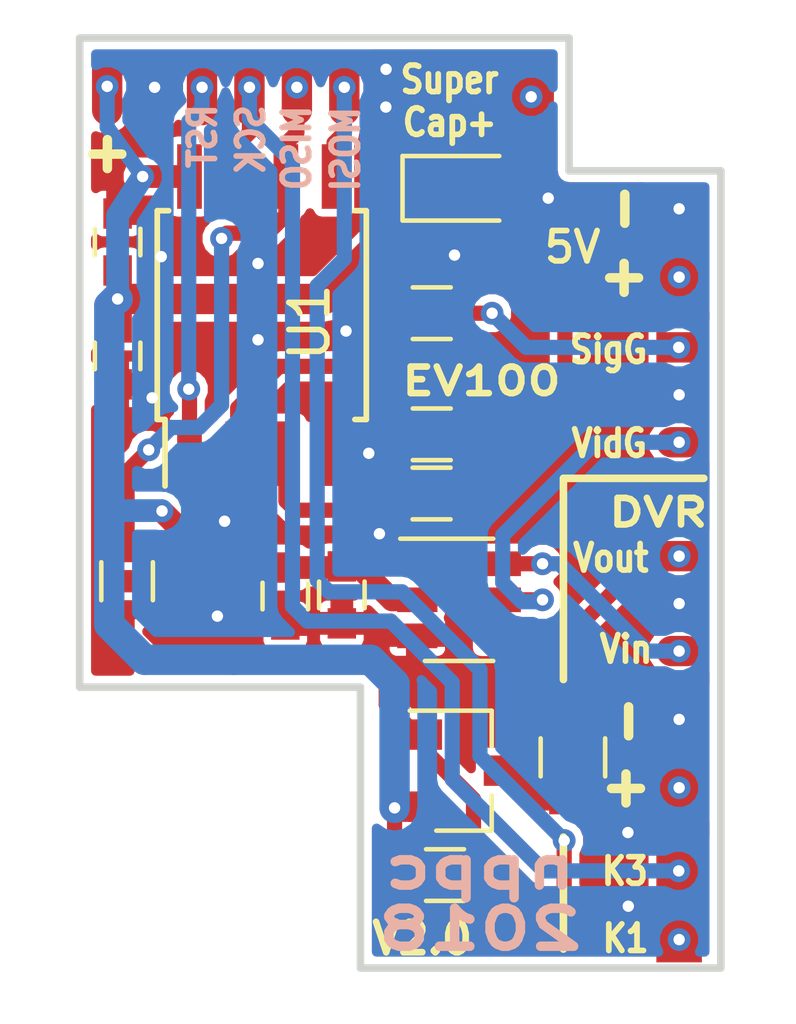
<source format=kicad_pcb>
(kicad_pcb (version 4) (host pcbnew 4.0.7)

  (general
    (links 43)
    (no_connects 0)
    (area 100.999999 79.899999 118.100001 104.600001)
    (thickness 0.8)
    (drawings 32)
    (tracks 226)
    (zones 0)
    (modules 21)
    (nets 16)
  )

  (page A4)
  (layers
    (0 F.Cu signal)
    (31 B.Cu signal)
    (32 B.Adhes user)
    (33 F.Adhes user)
    (34 B.Paste user)
    (35 F.Paste user)
    (36 B.SilkS user)
    (37 F.SilkS user)
    (38 B.Mask user)
    (39 F.Mask user)
    (40 Dwgs.User user)
    (41 Cmts.User user)
    (42 Eco1.User user)
    (43 Eco2.User user)
    (44 Edge.Cuts user)
    (45 Margin user)
    (46 B.CrtYd user)
    (47 F.CrtYd user)
    (48 B.Fab user)
    (49 F.Fab user)
  )

  (setup
    (last_trace_width 0.4)
    (user_trace_width 0.2)
    (user_trace_width 0.6)
    (user_trace_width 0.8)
    (trace_clearance 0.2)
    (zone_clearance 0.2)
    (zone_45_only no)
    (trace_min 0.2)
    (segment_width 0.2)
    (edge_width 0.2)
    (via_size 0.6)
    (via_drill 0.3)
    (via_min_size 0.4)
    (via_min_drill 0.3)
    (uvia_size 0.3)
    (uvia_drill 0.1)
    (uvias_allowed no)
    (uvia_min_size 0.2)
    (uvia_min_drill 0.1)
    (pcb_text_width 0.3)
    (pcb_text_size 1.5 1.5)
    (mod_edge_width 0.15)
    (mod_text_size 1 1)
    (mod_text_width 0.15)
    (pad_size 2.1 2.1)
    (pad_drill 2.1)
    (pad_to_mask_clearance 0.1)
    (aux_axis_origin 0 0)
    (visible_elements 7FFFFF7F)
    (pcbplotparams
      (layerselection 0x20000_00000001)
      (usegerberextensions false)
      (excludeedgelayer false)
      (linewidth 0.100000)
      (plotframeref false)
      (viasonmask false)
      (mode 1)
      (useauxorigin false)
      (hpglpennumber 1)
      (hpglpenspeed 20)
      (hpglpendiameter 15)
      (hpglpenoverlay 2)
      (psnegative false)
      (psa4output false)
      (plotreference false)
      (plotvalue false)
      (plotinvisibletext false)
      (padsonsilk false)
      (subtractmaskfromsilk false)
      (outputformat 4)
      (mirror false)
      (drillshape 1)
      (scaleselection 1)
      (outputdirectory ""))
  )

  (net 0 "")
  (net 1 GND)
  (net 2 VCC)
  (net 3 "Net-(R4-Pad2)")
  (net 4 /VID_SWITCH)
  (net 5 "Net-(J1-Pad1)")
  (net 6 /VID_SENSE)
  (net 7 "Net-(J3-Pad1)")
  (net 8 "Net-(J3-Pad3)")
  (net 9 /SCK)
  (net 10 /MISO)
  (net 11 /MOSI)
  (net 12 /RST)
  (net 13 "Net-(C5-Pad1)")
  (net 14 "Net-(Q1-Pad1)")
  (net 15 +5V)

  (net_class Default "This is the default net class."
    (clearance 0.2)
    (trace_width 0.4)
    (via_dia 0.6)
    (via_drill 0.3)
    (uvia_dia 0.3)
    (uvia_drill 0.1)
    (add_net +5V)
    (add_net /MISO)
    (add_net /MOSI)
    (add_net /RST)
    (add_net /SCK)
    (add_net /VID_SENSE)
    (add_net /VID_SWITCH)
    (add_net GND)
    (add_net "Net-(C5-Pad1)")
    (add_net "Net-(J1-Pad1)")
    (add_net "Net-(J3-Pad1)")
    (add_net "Net-(J3-Pad3)")
    (add_net "Net-(Q1-Pad1)")
    (add_net "Net-(R4-Pad2)")
    (add_net VCC)
  )

  (module Capacitors_SMD:C_0603 (layer F.Cu) (tedit 5A5D091A) (tstamp 5A5D0D00)
    (at 106.52 94.7 270)
    (descr "Capacitor SMD 0603, reflow soldering, AVX (see smccp.pdf)")
    (tags "capacitor 0603")
    (path /5A5D096B)
    (attr smd)
    (fp_text reference C4 (at 0 -1.5 270) (layer F.SilkS) hide
      (effects (font (size 1 1) (thickness 0.15)))
    )
    (fp_text value 10n (at 0 1.5 270) (layer F.Fab) hide
      (effects (font (size 1 1) (thickness 0.15)))
    )
    (fp_line (start 1.4 0.65) (end -1.4 0.65) (layer F.CrtYd) (width 0.05))
    (fp_line (start 1.4 0.65) (end 1.4 -0.65) (layer F.CrtYd) (width 0.05))
    (fp_line (start -1.4 -0.65) (end -1.4 0.65) (layer F.CrtYd) (width 0.05))
    (fp_line (start -1.4 -0.65) (end 1.4 -0.65) (layer F.CrtYd) (width 0.05))
    (fp_line (start 0.35 0.6) (end -0.35 0.6) (layer F.SilkS) (width 0.12))
    (fp_line (start -0.35 -0.6) (end 0.35 -0.6) (layer F.SilkS) (width 0.12))
    (fp_line (start -0.8 -0.4) (end 0.8 -0.4) (layer F.Fab) (width 0.1))
    (fp_line (start 0.8 -0.4) (end 0.8 0.4) (layer F.Fab) (width 0.1))
    (fp_line (start 0.8 0.4) (end -0.8 0.4) (layer F.Fab) (width 0.1))
    (fp_line (start -0.8 0.4) (end -0.8 -0.4) (layer F.Fab) (width 0.1))
    (fp_text user %R (at 0 0 270) (layer F.Fab)
      (effects (font (size 0.3 0.3) (thickness 0.075)))
    )
    (pad 2 smd rect (at 0.75 0 270) (size 0.8 0.75) (layers F.Cu F.Paste F.Mask)
      (net 1 GND))
    (pad 1 smd rect (at -0.75 0 270) (size 0.8 0.75) (layers F.Cu F.Paste F.Mask)
      (net 2 VCC))
    (model Capacitors_SMD.3dshapes/C_0603.wrl
      (at (xyz 0 0 0))
      (scale (xyz 1 1 1))
      (rotate (xyz 0 0 0))
    )
  )

  (module TO_SOT_Packages_SMD:SOT-23-6 (layer F.Cu) (tedit 5A5D079D) (tstamp 5A5D0C0A)
    (at 111.1 94.8)
    (descr "6-pin SOT-23 package")
    (tags SOT-23-6)
    (path /5A5D0669)
    (attr smd)
    (fp_text reference U2 (at 0 -2.9) (layer F.SilkS) hide
      (effects (font (size 1 1) (thickness 0.15)))
    )
    (fp_text value MAX4624/5 (at 0 2.9) (layer F.Fab) hide
      (effects (font (size 1 1) (thickness 0.15)))
    )
    (fp_text user %R (at 0 0 90) (layer F.Fab)
      (effects (font (size 0.5 0.5) (thickness 0.075)))
    )
    (fp_line (start -0.9 1.61) (end 0.9 1.61) (layer F.SilkS) (width 0.12))
    (fp_line (start 0.9 -1.61) (end -1.55 -1.61) (layer F.SilkS) (width 0.12))
    (fp_line (start 1.9 -1.8) (end -1.9 -1.8) (layer F.CrtYd) (width 0.05))
    (fp_line (start 1.9 1.8) (end 1.9 -1.8) (layer F.CrtYd) (width 0.05))
    (fp_line (start -1.9 1.8) (end 1.9 1.8) (layer F.CrtYd) (width 0.05))
    (fp_line (start -1.9 -1.8) (end -1.9 1.8) (layer F.CrtYd) (width 0.05))
    (fp_line (start -0.9 -0.9) (end -0.25 -1.55) (layer F.Fab) (width 0.1))
    (fp_line (start 0.9 -1.55) (end -0.25 -1.55) (layer F.Fab) (width 0.1))
    (fp_line (start -0.9 -0.9) (end -0.9 1.55) (layer F.Fab) (width 0.1))
    (fp_line (start 0.9 1.55) (end -0.9 1.55) (layer F.Fab) (width 0.1))
    (fp_line (start 0.9 -1.55) (end 0.9 1.55) (layer F.Fab) (width 0.1))
    (pad 1 smd rect (at -1.1 -0.95) (size 1.06 0.65) (layers F.Cu F.Paste F.Mask)
      (net 4 /VID_SWITCH))
    (pad 2 smd rect (at -1.1 0) (size 1.06 0.65) (layers F.Cu F.Paste F.Mask)
      (net 2 VCC))
    (pad 3 smd rect (at -1.1 0.95) (size 1.06 0.65) (layers F.Cu F.Paste F.Mask)
      (net 1 GND))
    (pad 4 smd rect (at 1.1 0.95) (size 1.06 0.65) (layers F.Cu F.Paste F.Mask)
      (net 8 "Net-(J3-Pad3)"))
    (pad 6 smd rect (at 1.1 -0.95) (size 1.06 0.65) (layers F.Cu F.Paste F.Mask)
      (net 7 "Net-(J3-Pad1)"))
    (pad 5 smd rect (at 1.1 0) (size 1.06 0.65) (layers F.Cu F.Paste F.Mask)
      (net 5 "Net-(J1-Pad1)"))
    (model ${KISYS3DMOD}/TO_SOT_Packages_SMD.3dshapes/SOT-23-6.wrl
      (at (xyz 0 0 0))
      (scale (xyz 1 1 1))
      (rotate (xyz 0 0 0))
    )
  )

  (module Capacitors_SMD:C_0603 (layer F.Cu) (tedit 5A5D0930) (tstamp 5A5D0CCD)
    (at 102.1 88.375 270)
    (descr "Capacitor SMD 0603, reflow soldering, AVX (see smccp.pdf)")
    (tags "capacitor 0603")
    (path /5A5D0D9F)
    (attr smd)
    (fp_text reference C1 (at 0 -1.5 270) (layer F.SilkS) hide
      (effects (font (size 1 1) (thickness 0.15)))
    )
    (fp_text value 10uf (at 0 1.5 270) (layer F.Fab) hide
      (effects (font (size 1 1) (thickness 0.15)))
    )
    (fp_line (start 1.4 0.65) (end -1.4 0.65) (layer F.CrtYd) (width 0.05))
    (fp_line (start 1.4 0.65) (end 1.4 -0.65) (layer F.CrtYd) (width 0.05))
    (fp_line (start -1.4 -0.65) (end -1.4 0.65) (layer F.CrtYd) (width 0.05))
    (fp_line (start -1.4 -0.65) (end 1.4 -0.65) (layer F.CrtYd) (width 0.05))
    (fp_line (start 0.35 0.6) (end -0.35 0.6) (layer F.SilkS) (width 0.12))
    (fp_line (start -0.35 -0.6) (end 0.35 -0.6) (layer F.SilkS) (width 0.12))
    (fp_line (start -0.8 -0.4) (end 0.8 -0.4) (layer F.Fab) (width 0.1))
    (fp_line (start 0.8 -0.4) (end 0.8 0.4) (layer F.Fab) (width 0.1))
    (fp_line (start 0.8 0.4) (end -0.8 0.4) (layer F.Fab) (width 0.1))
    (fp_line (start -0.8 0.4) (end -0.8 -0.4) (layer F.Fab) (width 0.1))
    (fp_text user %R (at 0 0 270) (layer F.Fab)
      (effects (font (size 0.3 0.3) (thickness 0.075)))
    )
    (pad 2 smd rect (at 0.75 0 270) (size 0.8 0.75) (layers F.Cu F.Paste F.Mask)
      (net 1 GND))
    (pad 1 smd rect (at -0.75 0 270) (size 0.8 0.75) (layers F.Cu F.Paste F.Mask)
      (net 2 VCC))
    (model Capacitors_SMD.3dshapes/C_0603.wrl
      (at (xyz 0 0 0))
      (scale (xyz 1 1 1))
      (rotate (xyz 0 0 0))
    )
  )

  (module Capacitors_SMD:C_0603 (layer F.Cu) (tedit 5A5D0936) (tstamp 5A5D0CDE)
    (at 102.1 85.375 90)
    (descr "Capacitor SMD 0603, reflow soldering, AVX (see smccp.pdf)")
    (tags "capacitor 0603")
    (path /5A5D0C32)
    (attr smd)
    (fp_text reference C2 (at 0 -1.5 90) (layer F.SilkS) hide
      (effects (font (size 1 1) (thickness 0.15)))
    )
    (fp_text value 100n (at 0 1.5 90) (layer F.Fab) hide
      (effects (font (size 1 1) (thickness 0.15)))
    )
    (fp_line (start 1.4 0.65) (end -1.4 0.65) (layer F.CrtYd) (width 0.05))
    (fp_line (start 1.4 0.65) (end 1.4 -0.65) (layer F.CrtYd) (width 0.05))
    (fp_line (start -1.4 -0.65) (end -1.4 0.65) (layer F.CrtYd) (width 0.05))
    (fp_line (start -1.4 -0.65) (end 1.4 -0.65) (layer F.CrtYd) (width 0.05))
    (fp_line (start 0.35 0.6) (end -0.35 0.6) (layer F.SilkS) (width 0.12))
    (fp_line (start -0.35 -0.6) (end 0.35 -0.6) (layer F.SilkS) (width 0.12))
    (fp_line (start -0.8 -0.4) (end 0.8 -0.4) (layer F.Fab) (width 0.1))
    (fp_line (start 0.8 -0.4) (end 0.8 0.4) (layer F.Fab) (width 0.1))
    (fp_line (start 0.8 0.4) (end -0.8 0.4) (layer F.Fab) (width 0.1))
    (fp_line (start -0.8 0.4) (end -0.8 -0.4) (layer F.Fab) (width 0.1))
    (fp_text user %R (at 0 0 90) (layer F.Fab)
      (effects (font (size 0.3 0.3) (thickness 0.075)))
    )
    (pad 2 smd rect (at 0.75 0 90) (size 0.8 0.75) (layers F.Cu F.Paste F.Mask)
      (net 1 GND))
    (pad 1 smd rect (at -0.75 0 90) (size 0.8 0.75) (layers F.Cu F.Paste F.Mask)
      (net 2 VCC))
    (model Capacitors_SMD.3dshapes/C_0603.wrl
      (at (xyz 0 0 0))
      (scale (xyz 1 1 1))
      (rotate (xyz 0 0 0))
    )
  )

  (module Capacitors_SMD:C_0603 (layer F.Cu) (tedit 5A5D090F) (tstamp 5A5D0CEF)
    (at 108.01 94.67 270)
    (descr "Capacitor SMD 0603, reflow soldering, AVX (see smccp.pdf)")
    (tags "capacitor 0603")
    (path /5A5D0A7C)
    (attr smd)
    (fp_text reference C3 (at 0 -1.5 270) (layer F.SilkS) hide
      (effects (font (size 1 1) (thickness 0.15)))
    )
    (fp_text value 100n (at 0 1.5 270) (layer F.Fab) hide
      (effects (font (size 1 1) (thickness 0.15)))
    )
    (fp_line (start 1.4 0.65) (end -1.4 0.65) (layer F.CrtYd) (width 0.05))
    (fp_line (start 1.4 0.65) (end 1.4 -0.65) (layer F.CrtYd) (width 0.05))
    (fp_line (start -1.4 -0.65) (end -1.4 0.65) (layer F.CrtYd) (width 0.05))
    (fp_line (start -1.4 -0.65) (end 1.4 -0.65) (layer F.CrtYd) (width 0.05))
    (fp_line (start 0.35 0.6) (end -0.35 0.6) (layer F.SilkS) (width 0.12))
    (fp_line (start -0.35 -0.6) (end 0.35 -0.6) (layer F.SilkS) (width 0.12))
    (fp_line (start -0.8 -0.4) (end 0.8 -0.4) (layer F.Fab) (width 0.1))
    (fp_line (start 0.8 -0.4) (end 0.8 0.4) (layer F.Fab) (width 0.1))
    (fp_line (start 0.8 0.4) (end -0.8 0.4) (layer F.Fab) (width 0.1))
    (fp_line (start -0.8 0.4) (end -0.8 -0.4) (layer F.Fab) (width 0.1))
    (fp_text user %R (at 0 0 270) (layer F.Fab)
      (effects (font (size 0.3 0.3) (thickness 0.075)))
    )
    (pad 2 smd rect (at 0.75 0 270) (size 0.8 0.75) (layers F.Cu F.Paste F.Mask)
      (net 1 GND))
    (pad 1 smd rect (at -0.75 0 270) (size 0.8 0.75) (layers F.Cu F.Paste F.Mask)
      (net 2 VCC))
    (model Capacitors_SMD.3dshapes/C_0603.wrl
      (at (xyz 0 0 0))
      (scale (xyz 1 1 1))
      (rotate (xyz 0 0 0))
    )
  )

  (module Resistors_SMD:R_0603 (layer F.Cu) (tedit 5A5E00A5) (tstamp 5A5E00A1)
    (at 110.38 87.25 180)
    (descr "Resistor SMD 0603, reflow soldering, Vishay (see dcrcw.pdf)")
    (tags "resistor 0603")
    (path /5A5E1017)
    (attr smd)
    (fp_text reference R4 (at 0 -1.45 180) (layer F.SilkS) hide
      (effects (font (size 1 1) (thickness 0.15)))
    )
    (fp_text value 100 (at 0 1.5 180) (layer F.Fab) hide
      (effects (font (size 1 1) (thickness 0.15)))
    )
    (fp_text user %R (at 0 0 180) (layer F.Fab)
      (effects (font (size 0.4 0.4) (thickness 0.075)))
    )
    (fp_line (start -0.8 0.4) (end -0.8 -0.4) (layer F.Fab) (width 0.1))
    (fp_line (start 0.8 0.4) (end -0.8 0.4) (layer F.Fab) (width 0.1))
    (fp_line (start 0.8 -0.4) (end 0.8 0.4) (layer F.Fab) (width 0.1))
    (fp_line (start -0.8 -0.4) (end 0.8 -0.4) (layer F.Fab) (width 0.1))
    (fp_line (start 0.5 0.68) (end -0.5 0.68) (layer F.SilkS) (width 0.12))
    (fp_line (start -0.5 -0.68) (end 0.5 -0.68) (layer F.SilkS) (width 0.12))
    (fp_line (start -1.25 -0.7) (end 1.25 -0.7) (layer F.CrtYd) (width 0.05))
    (fp_line (start -1.25 -0.7) (end -1.25 0.7) (layer F.CrtYd) (width 0.05))
    (fp_line (start 1.25 0.7) (end 1.25 -0.7) (layer F.CrtYd) (width 0.05))
    (fp_line (start 1.25 0.7) (end -1.25 0.7) (layer F.CrtYd) (width 0.05))
    (pad 1 smd rect (at -0.75 0 180) (size 0.5 0.9) (layers F.Cu F.Paste F.Mask)
      (net 6 /VID_SENSE))
    (pad 2 smd rect (at 0.75 0 180) (size 0.5 0.9) (layers F.Cu F.Paste F.Mask)
      (net 3 "Net-(R4-Pad2)"))
    (model ${KISYS3DMOD}/Resistors_SMD.3dshapes/R_0603.wrl
      (at (xyz 0 0 0))
      (scale (xyz 1 1 1))
      (rotate (xyz 0 0 0))
    )
  )

  (module Housings_SOIC:SOIJ-8_5.3x5.3mm_Pitch1.27mm (layer F.Cu) (tedit 5AEB1B1E) (tstamp 5A5E00CF)
    (at 105.9 87.3 90)
    (descr "8-Lead Plastic Small Outline (SM) - Medium, 5.28 mm Body [SOIC] (see Microchip Packaging Specification 00000049BS.pdf)")
    (tags "SOIC 1.27")
    (path /5A5DF99E)
    (attr smd)
    (fp_text reference U1 (at -0.19 1.26 90) (layer F.SilkS)
      (effects (font (size 1 1) (thickness 0.15)))
    )
    (fp_text value ATTINY25 (at 0 3.68 90) (layer F.Fab) hide
      (effects (font (size 1 1) (thickness 0.15)))
    )
    (fp_text user %R (at 0 0 90) (layer F.Fab) hide
      (effects (font (size 1 1) (thickness 0.15)))
    )
    (fp_line (start -1.65 -2.65) (end 2.65 -2.65) (layer F.Fab) (width 0.15))
    (fp_line (start 2.65 -2.65) (end 2.65 2.65) (layer F.Fab) (width 0.15))
    (fp_line (start 2.65 2.65) (end -2.65 2.65) (layer F.Fab) (width 0.15))
    (fp_line (start -2.65 2.65) (end -2.65 -1.65) (layer F.Fab) (width 0.15))
    (fp_line (start -2.65 -1.65) (end -1.65 -2.65) (layer F.Fab) (width 0.15))
    (fp_line (start -4.75 -2.95) (end -4.75 2.95) (layer F.CrtYd) (width 0.05))
    (fp_line (start 4.75 -2.95) (end 4.75 2.95) (layer F.CrtYd) (width 0.05))
    (fp_line (start -4.75 -2.95) (end 4.75 -2.95) (layer F.CrtYd) (width 0.05))
    (fp_line (start -4.75 2.95) (end 4.75 2.95) (layer F.CrtYd) (width 0.05))
    (fp_line (start -2.75 -2.755) (end -2.75 -2.55) (layer F.SilkS) (width 0.15))
    (fp_line (start 2.75 -2.755) (end 2.75 -2.455) (layer F.SilkS) (width 0.15))
    (fp_line (start 2.75 2.755) (end 2.75 2.455) (layer F.SilkS) (width 0.15))
    (fp_line (start -2.75 2.755) (end -2.75 2.455) (layer F.SilkS) (width 0.15))
    (fp_line (start -2.75 -2.755) (end 2.75 -2.755) (layer F.SilkS) (width 0.15))
    (fp_line (start -2.75 2.755) (end 2.75 2.755) (layer F.SilkS) (width 0.15))
    (fp_line (start -2.75 -2.55) (end -4.5 -2.55) (layer F.SilkS) (width 0.15))
    (pad 1 smd rect (at -3.65 -1.905 90) (size 1.7 0.65) (layers F.Cu F.Paste F.Mask)
      (net 12 /RST))
    (pad 2 smd rect (at -3.65 -0.635 90) (size 1.7 0.65) (layers F.Cu F.Paste F.Mask)
      (net 3 "Net-(R4-Pad2)"))
    (pad 3 smd rect (at -3.65 0.635 90) (size 1.7 0.65) (layers F.Cu F.Paste F.Mask)
      (net 4 /VID_SWITCH))
    (pad 4 smd rect (at -3.65 1.905 90) (size 1.7 0.65) (layers F.Cu F.Paste F.Mask)
      (net 1 GND))
    (pad 5 smd rect (at 3.65 1.905 90) (size 1.7 0.65) (layers F.Cu F.Paste F.Mask)
      (net 11 /MOSI))
    (pad 6 smd rect (at 3.65 0.635 90) (size 1.7 0.65) (layers F.Cu F.Paste F.Mask)
      (net 10 /MISO))
    (pad 7 smd rect (at 3.65 -0.635 90) (size 1.7 0.65) (layers F.Cu F.Paste F.Mask)
      (net 9 /SCK))
    (pad 8 smd rect (at 3.65 -1.905 90) (size 1.7 0.65) (layers F.Cu F.Paste F.Mask)
      (net 2 VCC))
    (model ${KISYS3DMOD}/Housings_SOIC.3dshapes/SOIJ-8_5.3x5.3mm_Pitch1.27mm.wrl
      (at (xyz 0 0 0))
      (scale (xyz 1 1 1))
      (rotate (xyz 0 0 0))
    )
  )

  (module KiCadCustomLibs:USB_3_PADS (layer F.Cu) (tedit 5A5E0461) (tstamp 5A5E0E7B)
    (at 116.9 89.4 90)
    (path /5A5E1A51)
    (fp_text reference J1 (at 0.3 1.6 90) (layer F.SilkS) hide
      (effects (font (size 1 1) (thickness 0.15)))
    )
    (fp_text value EV100 (at 0.1 -1.6 90) (layer F.Fab) hide
      (effects (font (size 1 1) (thickness 0.15)))
    )
    (pad 1 smd oval (at -1.25 0 90) (size 0.8 1.2) (layers F.Cu F.Paste F.Mask)
      (net 5 "Net-(J1-Pad1)"))
    (pad 2 smd rect (at 0 0 90) (size 0.8 1.2) (layers F.Cu F.Paste F.Mask)
      (net 1 GND))
    (pad 3 smd rect (at 1.25 0 90) (size 0.8 1.2) (layers F.Cu F.Paste F.Mask)
      (net 6 /VID_SENSE))
  )

  (module KiCadCustomLibs:USB_3_PADS (layer F.Cu) (tedit 5A5E042A) (tstamp 5A5E0E89)
    (at 116.9 94.9 90)
    (path /5A5E1EB7)
    (fp_text reference J3 (at 0.3 1.6 90) (layer F.SilkS) hide
      (effects (font (size 1 1) (thickness 0.15)))
    )
    (fp_text value DVR_VIDEO (at 0.1 -1.6 90) (layer F.Fab) hide
      (effects (font (size 1 1) (thickness 0.15)))
    )
    (pad 1 smd oval (at -1.25 0 90) (size 0.8 1.2) (layers F.Cu F.Paste F.Mask)
      (net 7 "Net-(J3-Pad1)"))
    (pad 2 smd rect (at 0 0 90) (size 0.8 1.2) (layers F.Cu F.Paste F.Mask)
      (net 1 GND))
    (pad 3 smd rect (at 1.25 0 90) (size 0.8 1.2) (layers F.Cu F.Paste F.Mask)
      (net 8 "Net-(J3-Pad3)"))
  )

  (module KiCadCustomLibs:POWER2PIN (layer F.Cu) (tedit 5A5E0466) (tstamp 5A5E0E8F)
    (at 116.9 85.4 90)
    (path /5A5E26FC)
    (fp_text reference J4 (at 0.1 1.8 90) (layer F.SilkS) hide
      (effects (font (size 1 1) (thickness 0.15)))
    )
    (fp_text value PWR (at 0.3 -1.6 90) (layer F.Fab) hide
      (effects (font (size 1 1) (thickness 0.15)))
    )
    (pad 1 smd rect (at -0.9 0 90) (size 1.2 1.2) (layers F.Cu F.Paste F.Mask)
      (net 15 +5V))
    (pad 2 smd rect (at 0.9 0 90) (size 1.2 1.2) (layers F.Cu F.Paste F.Mask)
      (net 1 GND))
  )

  (module KiCadCustomLibs:POWER2PIN (layer F.Cu) (tedit 5A5E0441) (tstamp 5A5E0E95)
    (at 116.9 98.85 90)
    (path /5A5E27E5)
    (fp_text reference J5 (at 0.1 1.8 90) (layer F.SilkS) hide
      (effects (font (size 1 1) (thickness 0.15)))
    )
    (fp_text value PWR_DVR (at 0.3 -1.6 90) (layer F.Fab) hide
      (effects (font (size 1 1) (thickness 0.15)))
    )
    (pad 1 smd rect (at -0.9 0 90) (size 1.2 1.2) (layers F.Cu F.Paste F.Mask)
      (net 13 "Net-(C5-Pad1)"))
    (pad 2 smd rect (at 0.9 0 90) (size 1.2 1.2) (layers F.Cu F.Paste F.Mask)
      (net 1 GND))
  )

  (module KiCadCustomLibs:Pads_prog_6pin1.25mm (layer F.Cu) (tedit 5A5E082B) (tstamp 5A5E13B2)
    (at 104.95 81.3 180)
    (path /5A5E345E)
    (fp_text reference J6 (at 0.5 2 180) (layer F.SilkS) hide
      (effects (font (size 1 1) (thickness 0.15)))
    )
    (fp_text value PROG (at 0 -2.25 180) (layer F.Fab) hide
      (effects (font (size 1 1) (thickness 0.15)))
    )
    (pad 6 smd oval (at 3.125 0 180) (size 0.8 2) (layers F.Cu F.Paste F.Mask)
      (net 2 VCC))
    (pad 1 smd oval (at -3.125 0 180) (size 0.8 2) (layers F.Cu F.Paste F.Mask)
      (net 11 /MOSI))
    (pad 5 smd oval (at 1.875 0 180) (size 0.8 2) (layers F.Cu F.Paste F.Mask)
      (net 1 GND))
    (pad 2 smd oval (at -1.875 0 180) (size 0.8 2) (layers F.Cu F.Paste F.Mask)
      (net 10 /MISO))
    (pad 3 smd oval (at -0.625 0 180) (size 0.8 2) (layers F.Cu F.Paste F.Mask)
      (net 9 /SCK))
    (pad 4 smd oval (at 0.625 0 180) (size 0.8 2) (layers F.Cu F.Paste F.Mask)
      (net 12 /RST))
  )

  (module Capacitors_SMD:C_0805 (layer F.Cu) (tedit 5A5E1569) (tstamp 5A5E1A1F)
    (at 114.1 98.95 90)
    (descr "Capacitor SMD 0805, reflow soldering, AVX (see smccp.pdf)")
    (tags "capacitor 0805")
    (path /5A5E4520)
    (attr smd)
    (fp_text reference C5 (at 0 -1.5 90) (layer F.SilkS) hide
      (effects (font (size 1 1) (thickness 0.15)))
    )
    (fp_text value 22uf (at 0 1.75 90) (layer F.Fab) hide
      (effects (font (size 1 1) (thickness 0.15)))
    )
    (fp_text user %R (at 0 -1.5 90) (layer F.Fab) hide
      (effects (font (size 1 1) (thickness 0.15)))
    )
    (fp_line (start -1 0.62) (end -1 -0.62) (layer F.Fab) (width 0.1))
    (fp_line (start 1 0.62) (end -1 0.62) (layer F.Fab) (width 0.1))
    (fp_line (start 1 -0.62) (end 1 0.62) (layer F.Fab) (width 0.1))
    (fp_line (start -1 -0.62) (end 1 -0.62) (layer F.Fab) (width 0.1))
    (fp_line (start 0.5 -0.85) (end -0.5 -0.85) (layer F.SilkS) (width 0.12))
    (fp_line (start -0.5 0.85) (end 0.5 0.85) (layer F.SilkS) (width 0.12))
    (fp_line (start -1.75 -0.88) (end 1.75 -0.88) (layer F.CrtYd) (width 0.05))
    (fp_line (start -1.75 -0.88) (end -1.75 0.87) (layer F.CrtYd) (width 0.05))
    (fp_line (start 1.75 0.87) (end 1.75 -0.88) (layer F.CrtYd) (width 0.05))
    (fp_line (start 1.75 0.87) (end -1.75 0.87) (layer F.CrtYd) (width 0.05))
    (pad 1 smd rect (at -1 0 90) (size 1 1.25) (layers F.Cu F.Paste F.Mask)
      (net 13 "Net-(C5-Pad1)"))
    (pad 2 smd rect (at 1 0 90) (size 1 1.25) (layers F.Cu F.Paste F.Mask)
      (net 1 GND))
    (model Capacitors_SMD.3dshapes/C_0805.wrl
      (at (xyz 0 0 0))
      (scale (xyz 1 1 1))
      (rotate (xyz 0 0 0))
    )
  )

  (module KiCadCustomLibs:POWER2PIN (layer F.Cu) (tedit 5AB389E5) (tstamp 5AB38F20)
    (at 116.9 102.85 270)
    (path /5AB3A48B)
    (fp_text reference J2 (at 0.16 -3.76 270) (layer F.SilkS) hide
      (effects (font (size 1 1) (thickness 0.15)))
    )
    (fp_text value Buttons (at 0.3 -1.6 270) (layer F.Fab) hide
      (effects (font (size 1 1) (thickness 0.15)))
    )
    (pad 1 smd rect (at -0.9 0 270) (size 1.2 1.2) (layers F.Cu F.Paste F.Mask)
      (net 9 /SCK))
    (pad 2 smd rect (at 0.9 0 270) (size 1.2 1.2) (layers F.Cu F.Paste F.Mask)
      (net 11 /MOSI))
  )

  (module TO_SOT_Packages_SMD:SOT-23 (layer F.Cu) (tedit 5AB38A4F) (tstamp 5AB38F35)
    (at 111.2 99.3)
    (descr "SOT-23, Standard")
    (tags SOT-23)
    (path /5AB38B13)
    (attr smd)
    (fp_text reference Q1 (at 0 -2.5) (layer F.SilkS) hide
      (effects (font (size 1 1) (thickness 0.15)))
    )
    (fp_text value "AO3415 (P)" (at 0 2.5) (layer F.Fab) hide
      (effects (font (size 1 1) (thickness 0.15)))
    )
    (fp_text user %R (at 0 0 90) (layer F.Fab)
      (effects (font (size 0.5 0.5) (thickness 0.075)))
    )
    (fp_line (start -0.7 -0.95) (end -0.7 1.5) (layer F.Fab) (width 0.1))
    (fp_line (start -0.15 -1.52) (end 0.7 -1.52) (layer F.Fab) (width 0.1))
    (fp_line (start -0.7 -0.95) (end -0.15 -1.52) (layer F.Fab) (width 0.1))
    (fp_line (start 0.7 -1.52) (end 0.7 1.52) (layer F.Fab) (width 0.1))
    (fp_line (start -0.7 1.52) (end 0.7 1.52) (layer F.Fab) (width 0.1))
    (fp_line (start 0.76 1.58) (end 0.76 0.65) (layer F.SilkS) (width 0.12))
    (fp_line (start 0.76 -1.58) (end 0.76 -0.65) (layer F.SilkS) (width 0.12))
    (fp_line (start -1.7 -1.75) (end 1.7 -1.75) (layer F.CrtYd) (width 0.05))
    (fp_line (start 1.7 -1.75) (end 1.7 1.75) (layer F.CrtYd) (width 0.05))
    (fp_line (start 1.7 1.75) (end -1.7 1.75) (layer F.CrtYd) (width 0.05))
    (fp_line (start -1.7 1.75) (end -1.7 -1.75) (layer F.CrtYd) (width 0.05))
    (fp_line (start 0.76 -1.58) (end -1.4 -1.58) (layer F.SilkS) (width 0.12))
    (fp_line (start 0.76 1.58) (end -0.7 1.58) (layer F.SilkS) (width 0.12))
    (pad 1 smd rect (at -1 -0.95) (size 0.9 0.8) (layers F.Cu F.Paste F.Mask)
      (net 14 "Net-(Q1-Pad1)"))
    (pad 2 smd rect (at -1 0.95) (size 0.9 0.8) (layers F.Cu F.Paste F.Mask)
      (net 2 VCC))
    (pad 3 smd rect (at 1 0) (size 0.9 0.8) (layers F.Cu F.Paste F.Mask)
      (net 13 "Net-(C5-Pad1)"))
    (model ${KISYS3DMOD}/TO_SOT_Packages_SMD.3dshapes/SOT-23.wrl
      (at (xyz 0 0 0))
      (scale (xyz 1 1 1))
      (rotate (xyz 0 0 0))
    )
  )

  (module Resistors_SMD:R_0603 (layer F.Cu) (tedit 5AB38BC7) (tstamp 5AB38F46)
    (at 110.73 102.05)
    (descr "Resistor SMD 0603, reflow soldering, Vishay (see dcrcw.pdf)")
    (tags "resistor 0603")
    (path /5AB39441)
    (attr smd)
    (fp_text reference R2 (at 0 -1.45) (layer F.SilkS) hide
      (effects (font (size 1 1) (thickness 0.15)))
    )
    (fp_text value 100K (at 0 1.5) (layer F.Fab) hide
      (effects (font (size 1 1) (thickness 0.15)))
    )
    (fp_text user %R (at 0 0) (layer F.Fab)
      (effects (font (size 0.4 0.4) (thickness 0.075)))
    )
    (fp_line (start -0.8 0.4) (end -0.8 -0.4) (layer F.Fab) (width 0.1))
    (fp_line (start 0.8 0.4) (end -0.8 0.4) (layer F.Fab) (width 0.1))
    (fp_line (start 0.8 -0.4) (end 0.8 0.4) (layer F.Fab) (width 0.1))
    (fp_line (start -0.8 -0.4) (end 0.8 -0.4) (layer F.Fab) (width 0.1))
    (fp_line (start 0.5 0.68) (end -0.5 0.68) (layer F.SilkS) (width 0.12))
    (fp_line (start -0.5 -0.68) (end 0.5 -0.68) (layer F.SilkS) (width 0.12))
    (fp_line (start -1.25 -0.7) (end 1.25 -0.7) (layer F.CrtYd) (width 0.05))
    (fp_line (start -1.25 -0.7) (end -1.25 0.7) (layer F.CrtYd) (width 0.05))
    (fp_line (start 1.25 0.7) (end 1.25 -0.7) (layer F.CrtYd) (width 0.05))
    (fp_line (start 1.25 0.7) (end -1.25 0.7) (layer F.CrtYd) (width 0.05))
    (pad 1 smd rect (at -0.75 0) (size 0.5 0.9) (layers F.Cu F.Paste F.Mask)
      (net 2 VCC))
    (pad 2 smd rect (at 0.75 0) (size 0.5 0.9) (layers F.Cu F.Paste F.Mask)
      (net 14 "Net-(Q1-Pad1)"))
    (model ${KISYS3DMOD}/Resistors_SMD.3dshapes/R_0603.wrl
      (at (xyz 0 0 0))
      (scale (xyz 1 1 1))
      (rotate (xyz 0 0 0))
    )
  )

  (module Resistors_SMD:R_0603 (layer F.Cu) (tedit 5AB39C57) (tstamp 5AB38F57)
    (at 102.35 94.31 270)
    (descr "Resistor SMD 0603, reflow soldering, Vishay (see dcrcw.pdf)")
    (tags "resistor 0603")
    (path /5AB37F1B)
    (attr smd)
    (fp_text reference R6 (at 0 -1.45 270) (layer F.SilkS) hide
      (effects (font (size 1 1) (thickness 0.15)))
    )
    (fp_text value 1K (at 0 1.5 270) (layer F.Fab) hide
      (effects (font (size 1 1) (thickness 0.15)))
    )
    (fp_text user %R (at 0 0 270) (layer F.Fab)
      (effects (font (size 0.4 0.4) (thickness 0.075)))
    )
    (fp_line (start -0.8 0.4) (end -0.8 -0.4) (layer F.Fab) (width 0.1))
    (fp_line (start 0.8 0.4) (end -0.8 0.4) (layer F.Fab) (width 0.1))
    (fp_line (start 0.8 -0.4) (end 0.8 0.4) (layer F.Fab) (width 0.1))
    (fp_line (start -0.8 -0.4) (end 0.8 -0.4) (layer F.Fab) (width 0.1))
    (fp_line (start 0.5 0.68) (end -0.5 0.68) (layer F.SilkS) (width 0.12))
    (fp_line (start -0.5 -0.68) (end 0.5 -0.68) (layer F.SilkS) (width 0.12))
    (fp_line (start -1.25 -0.7) (end 1.25 -0.7) (layer F.CrtYd) (width 0.05))
    (fp_line (start -1.25 -0.7) (end -1.25 0.7) (layer F.CrtYd) (width 0.05))
    (fp_line (start 1.25 0.7) (end 1.25 -0.7) (layer F.CrtYd) (width 0.05))
    (fp_line (start 1.25 0.7) (end -1.25 0.7) (layer F.CrtYd) (width 0.05))
    (pad 1 smd rect (at -0.75 0 270) (size 0.5 0.9) (layers F.Cu F.Paste F.Mask)
      (net 10 /MISO))
    (pad 2 smd rect (at 0.75 0 270) (size 0.5 0.9) (layers F.Cu F.Paste F.Mask)
      (net 14 "Net-(Q1-Pad1)"))
    (model ${KISYS3DMOD}/Resistors_SMD.3dshapes/R_0603.wrl
      (at (xyz 0 0 0))
      (scale (xyz 1 1 1))
      (rotate (xyz 0 0 0))
    )
  )

  (module Diodes_SMD:D_SOD-323 (layer F.Cu) (tedit 5AB3AA99) (tstamp 5AB3A953)
    (at 111.11 83.96)
    (descr SOD-323)
    (tags SOD-323)
    (path /5AB3C38E)
    (attr smd)
    (fp_text reference D1 (at 0 -1.85) (layer F.SilkS) hide
      (effects (font (size 1 1) (thickness 0.15)))
    )
    (fp_text value B5819WS (at 0.1 1.9) (layer F.Fab) hide
      (effects (font (size 1 1) (thickness 0.15)))
    )
    (fp_text user %R (at 0 -1.85) (layer F.Fab) hide
      (effects (font (size 1 1) (thickness 0.15)))
    )
    (fp_line (start -1.5 -0.85) (end -1.5 0.85) (layer F.SilkS) (width 0.12))
    (fp_line (start 0.2 0) (end 0.45 0) (layer F.Fab) (width 0.1))
    (fp_line (start 0.2 0.35) (end -0.3 0) (layer F.Fab) (width 0.1))
    (fp_line (start 0.2 -0.35) (end 0.2 0.35) (layer F.Fab) (width 0.1))
    (fp_line (start -0.3 0) (end 0.2 -0.35) (layer F.Fab) (width 0.1))
    (fp_line (start -0.3 0) (end -0.5 0) (layer F.Fab) (width 0.1))
    (fp_line (start -0.3 -0.35) (end -0.3 0.35) (layer F.Fab) (width 0.1))
    (fp_line (start -0.9 0.7) (end -0.9 -0.7) (layer F.Fab) (width 0.1))
    (fp_line (start 0.9 0.7) (end -0.9 0.7) (layer F.Fab) (width 0.1))
    (fp_line (start 0.9 -0.7) (end 0.9 0.7) (layer F.Fab) (width 0.1))
    (fp_line (start -0.9 -0.7) (end 0.9 -0.7) (layer F.Fab) (width 0.1))
    (fp_line (start -1.6 -0.95) (end 1.6 -0.95) (layer F.CrtYd) (width 0.05))
    (fp_line (start 1.6 -0.95) (end 1.6 0.95) (layer F.CrtYd) (width 0.05))
    (fp_line (start -1.6 0.95) (end 1.6 0.95) (layer F.CrtYd) (width 0.05))
    (fp_line (start -1.6 -0.95) (end -1.6 0.95) (layer F.CrtYd) (width 0.05))
    (fp_line (start -1.5 0.85) (end 1.05 0.85) (layer F.SilkS) (width 0.12))
    (fp_line (start -1.5 -0.85) (end 1.05 -0.85) (layer F.SilkS) (width 0.12))
    (pad 1 smd rect (at -1.05 0) (size 0.6 0.45) (layers F.Cu F.Paste F.Mask)
      (net 2 VCC))
    (pad 2 smd rect (at 1.05 0) (size 0.6 0.45) (layers F.Cu F.Paste F.Mask)
      (net 15 +5V))
    (model ${KISYS3DMOD}/Diodes_SMD.3dshapes/D_SOD-323.wrl
      (at (xyz 0 0 0))
      (scale (xyz 1 1 1))
      (rotate (xyz 0 0 0))
    )
  )

  (module Resistors_SMD:R_0603 (layer F.Cu) (tedit 5AB56501) (tstamp 5AB565F1)
    (at 110.38 90.44)
    (descr "Resistor SMD 0603, reflow soldering, Vishay (see dcrcw.pdf)")
    (tags "resistor 0603")
    (path /5AB56263)
    (attr smd)
    (fp_text reference R7 (at 0 -1.45) (layer F.SilkS) hide
      (effects (font (size 1 1) (thickness 0.15)))
    )
    (fp_text value 4.7K (at 0 1.5) (layer F.Fab) hide
      (effects (font (size 1 1) (thickness 0.15)))
    )
    (fp_text user %R (at 0 0) (layer F.Fab)
      (effects (font (size 0.4 0.4) (thickness 0.075)))
    )
    (fp_line (start -0.8 0.4) (end -0.8 -0.4) (layer F.Fab) (width 0.1))
    (fp_line (start 0.8 0.4) (end -0.8 0.4) (layer F.Fab) (width 0.1))
    (fp_line (start 0.8 -0.4) (end 0.8 0.4) (layer F.Fab) (width 0.1))
    (fp_line (start -0.8 -0.4) (end 0.8 -0.4) (layer F.Fab) (width 0.1))
    (fp_line (start 0.5 0.68) (end -0.5 0.68) (layer F.SilkS) (width 0.12))
    (fp_line (start -0.5 -0.68) (end 0.5 -0.68) (layer F.SilkS) (width 0.12))
    (fp_line (start -1.25 -0.7) (end 1.25 -0.7) (layer F.CrtYd) (width 0.05))
    (fp_line (start -1.25 -0.7) (end -1.25 0.7) (layer F.CrtYd) (width 0.05))
    (fp_line (start 1.25 0.7) (end 1.25 -0.7) (layer F.CrtYd) (width 0.05))
    (fp_line (start 1.25 0.7) (end -1.25 0.7) (layer F.CrtYd) (width 0.05))
    (pad 1 smd rect (at -0.75 0) (size 0.5 0.9) (layers F.Cu F.Paste F.Mask)
      (net 4 /VID_SWITCH))
    (pad 2 smd rect (at 0.75 0) (size 0.5 0.9) (layers F.Cu F.Paste F.Mask)
      (net 15 +5V))
    (model ${KISYS3DMOD}/Resistors_SMD.3dshapes/R_0603.wrl
      (at (xyz 0 0 0))
      (scale (xyz 1 1 1))
      (rotate (xyz 0 0 0))
    )
  )

  (module Resistors_SMD:R_0603 (layer F.Cu) (tedit 5AB56516) (tstamp 5AB56602)
    (at 110.375 92 180)
    (descr "Resistor SMD 0603, reflow soldering, Vishay (see dcrcw.pdf)")
    (tags "resistor 0603")
    (path /5AB565FD)
    (attr smd)
    (fp_text reference R8 (at 0 -1.45 180) (layer F.SilkS) hide
      (effects (font (size 1 1) (thickness 0.15)))
    )
    (fp_text value 47K (at 0 1.5 180) (layer F.Fab) hide
      (effects (font (size 1 1) (thickness 0.15)))
    )
    (fp_text user %R (at 0 0 180) (layer F.Fab)
      (effects (font (size 0.4 0.4) (thickness 0.075)))
    )
    (fp_line (start -0.8 0.4) (end -0.8 -0.4) (layer F.Fab) (width 0.1))
    (fp_line (start 0.8 0.4) (end -0.8 0.4) (layer F.Fab) (width 0.1))
    (fp_line (start 0.8 -0.4) (end 0.8 0.4) (layer F.Fab) (width 0.1))
    (fp_line (start -0.8 -0.4) (end 0.8 -0.4) (layer F.Fab) (width 0.1))
    (fp_line (start 0.5 0.68) (end -0.5 0.68) (layer F.SilkS) (width 0.12))
    (fp_line (start -0.5 -0.68) (end 0.5 -0.68) (layer F.SilkS) (width 0.12))
    (fp_line (start -1.25 -0.7) (end 1.25 -0.7) (layer F.CrtYd) (width 0.05))
    (fp_line (start -1.25 -0.7) (end -1.25 0.7) (layer F.CrtYd) (width 0.05))
    (fp_line (start 1.25 0.7) (end 1.25 -0.7) (layer F.CrtYd) (width 0.05))
    (fp_line (start 1.25 0.7) (end -1.25 0.7) (layer F.CrtYd) (width 0.05))
    (pad 1 smd rect (at -0.75 0 180) (size 0.5 0.9) (layers F.Cu F.Paste F.Mask)
      (net 1 GND))
    (pad 2 smd rect (at 0.75 0 180) (size 0.5 0.9) (layers F.Cu F.Paste F.Mask)
      (net 4 /VID_SWITCH))
    (model ${KISYS3DMOD}/Resistors_SMD.3dshapes/R_0603.wrl
      (at (xyz 0 0 0))
      (scale (xyz 1 1 1))
      (rotate (xyz 0 0 0))
    )
  )

  (module KiCadCustomLibs:ESC_PWR_PAD (layer F.Cu) (tedit 59AD59DE) (tstamp 5AEB20BE)
    (at 113 81.55)
    (path /5AEB1E50)
    (fp_text reference J7 (at 0 1.6) (layer F.SilkS) hide
      (effects (font (size 1 1) (thickness 0.15)))
    )
    (fp_text value SuperCap (at -0.1 -1.6) (layer F.Fab) hide
      (effects (font (size 1 1) (thickness 0.15)))
    )
    (pad 1 smd rect (at 0 0) (size 1.2 1.2) (layers F.Cu F.Paste F.Mask)
      (net 2 VCC))
  )

  (gr_text "Super\nCap+" (at 110.85 81.66) (layer F.SilkS)
    (effects (font (size 0.7 0.6) (thickness 0.15)))
  )
  (gr_text RST (at 104.34 82.59 90) (layer B.SilkS)
    (effects (font (size 0.7 0.6) (thickness 0.15)) (justify mirror))
  )
  (gr_line (start 113.85 91.6) (end 113.85 96.9) (angle 90) (layer F.SilkS) (width 0.2))
  (gr_line (start 113.85 104) (end 113.85 101.05) (angle 90) (layer F.SilkS) (width 0.2))
  (gr_line (start 117.55 91.6) (end 113.85 91.6) (angle 90) (layer F.SilkS) (width 0.2))
  (gr_line (start 101.1 80) (end 114 80) (angle 90) (layer Edge.Cuts) (width 0.2))
  (gr_line (start 101.1 97.1) (end 108.5 97.1) (angle 90) (layer Edge.Cuts) (width 0.2))
  (gr_line (start 101.1 97.1) (end 101.1 80) (angle 90) (layer Edge.Cuts) (width 0.2))
  (gr_line (start 118 83.5) (end 118 104.5) (angle 90) (layer Edge.Cuts) (width 0.2))
  (gr_line (start 108.5 104.5) (end 108.5 97.1) (angle 90) (layer Edge.Cuts) (width 0.2))
  (gr_line (start 108.5 104.5) (end 118 104.5) (angle 90) (layer Edge.Cuts) (width 0.2))
  (gr_text "nppc\n2018" (at 111.65 102.67) (layer B.SilkS)
    (effects (font (size 1 1.4) (thickness 0.25)) (justify mirror))
  )
  (gr_text V2.0 (at 110.13 103.72) (layer F.SilkS)
    (effects (font (size 0.8 0.8) (thickness 0.175)))
  )
  (gr_line (start 114 83.5) (end 118 83.5) (angle 90) (layer Edge.Cuts) (width 0.2))
  (gr_line (start 114 80) (end 114 83.5) (angle 90) (layer Edge.Cuts) (width 0.2))
  (gr_text 5V (at 114.09 85.51) (layer F.SilkS)
    (effects (font (size 0.8 0.8) (thickness 0.15)))
  )
  (gr_text EV100 (at 111.69 89.04) (layer F.SilkS)
    (effects (font (size 0.7 0.9) (thickness 0.175)))
  )
  (gr_text DVR (at 116.35 92.5) (layer F.SilkS)
    (effects (font (size 0.7 0.9) (thickness 0.175)))
  )
  (gr_text Vout (at 115.1 93.7) (layer F.SilkS)
    (effects (font (size 0.7 0.6) (thickness 0.15)))
  )
  (gr_text Vin (at 115.5 96.1) (layer F.SilkS)
    (effects (font (size 0.7 0.6) (thickness 0.15)))
  )
  (gr_text SigG (at 115.04 88.21) (layer F.SilkS)
    (effects (font (size 0.7 0.6) (thickness 0.15)))
  )
  (gr_text VidG (at 115.06 90.68) (layer F.SilkS)
    (effects (font (size 0.7 0.6) (thickness 0.15)))
  )
  (gr_text - (at 115.5 98 90) (layer F.SilkS)
    (effects (font (size 1 1) (thickness 0.25)))
  )
  (gr_text - (at 115.4 84.5 90) (layer F.SilkS)
    (effects (font (size 1 1) (thickness 0.25)))
  )
  (gr_text + (at 115.5 99.7) (layer F.SilkS)
    (effects (font (size 1 1) (thickness 0.25)))
  )
  (gr_text + (at 115.45 86.25) (layer F.SilkS)
    (effects (font (size 1 1) (thickness 0.25)))
  )
  (gr_text + (at 101.83 82.99) (layer F.SilkS)
    (effects (font (size 1 1) (thickness 0.25)))
  )
  (gr_text SCK (at 105.61 82.68 90) (layer B.SilkS)
    (effects (font (size 0.7 0.6) (thickness 0.15)) (justify mirror))
  )
  (gr_text MISO (at 106.82 82.9 90) (layer B.SilkS)
    (effects (font (size 0.7 0.6) (thickness 0.15)) (justify mirror))
  )
  (gr_text MOSI (at 108.11 82.93 90) (layer B.SilkS)
    (effects (font (size 0.7 0.6) (thickness 0.15)) (justify mirror))
  )
  (gr_text K3 (at 115.47 101.95) (layer F.SilkS)
    (effects (font (size 0.7 0.6) (thickness 0.15)))
  )
  (gr_text K1 (at 115.49 103.72) (layer F.SilkS)
    (effects (font (size 0.7 0.6) (thickness 0.15)))
  )

  (segment (start 113.45 84.22) (end 113.34 84.22) (width 0.4) (layer B.Cu) (net 1))
  (segment (start 113.73 84.5) (end 113.45 84.22) (width 0.4) (layer F.Cu) (net 1) (tstamp 5AEB20C8))
  (via (at 113.45 84.22) (size 0.6) (drill 0.3) (layers F.Cu B.Cu) (net 1))
  (segment (start 116.9 84.5) (end 113.73 84.5) (width 0.4) (layer F.Cu) (net 1))
  (segment (start 110.98 85.72) (end 110.99 85.72) (width 0.4) (layer F.Cu) (net 1) (tstamp 5AEB20D4))
  (via (at 110.98 85.72) (size 0.6) (drill 0.3) (layers F.Cu B.Cu) (net 1))
  (segment (start 111.84 85.72) (end 110.98 85.72) (width 0.4) (layer B.Cu) (net 1) (tstamp 5AEB20D2))
  (segment (start 113.34 84.22) (end 111.84 85.72) (width 0.4) (layer B.Cu) (net 1) (tstamp 5AEB20D1))
  (segment (start 109.175 80.825) (end 109.175 81.815) (width 0.4) (layer B.Cu) (net 1))
  (segment (start 103.075 81.3) (end 103.85 80.525) (width 0.4) (layer B.Cu) (net 1) (tstamp 5AEB0E6E))
  (segment (start 103.85 80.525) (end 108.875 80.525) (width 0.4) (layer B.Cu) (net 1) (tstamp 5AEB0E6F))
  (segment (start 109.175 80.825) (end 108.875 80.525) (width 0.4) (layer B.Cu) (net 1) (tstamp 5AEB0E70))
  (via (at 109.175 80.825) (size 0.6) (drill 0.3) (layers F.Cu B.Cu) (net 1))
  (via (at 103.075 81.3) (size 0.6) (drill 0.3) (layers F.Cu B.Cu) (net 1))
  (via (at 109.17 81.82) (size 0.6) (drill 0.3) (layers F.Cu B.Cu) (net 1))
  (segment (start 109.175 81.815) (end 109.17 81.82) (width 0.4) (layer B.Cu) (net 1) (tstamp 5AEB20CD))
  (segment (start 105.8 85.94) (end 105.8 87.95) (width 0.4) (layer B.Cu) (net 1))
  (segment (start 104.92 91.68) (end 105.8 90.8) (width 0.4) (layer B.Cu) (net 1) (tstamp 5AEB1B4D))
  (segment (start 105.8 90.8) (end 105.8 87.95) (width 0.4) (layer B.Cu) (net 1) (tstamp 5AEB1B4E))
  (via (at 105.8 87.95) (size 0.6) (drill 0.3) (layers F.Cu B.Cu) (net 1))
  (segment (start 104.92 91.68) (end 104.92 92.73) (width 0.4) (layer B.Cu) (net 1))
  (via (at 105.8 85.94) (size 0.6) (drill 0.3) (layers F.Cu B.Cu) (net 1))
  (segment (start 102.1 89.125) (end 102.655 89.125) (width 0.4) (layer F.Cu) (net 1))
  (via (at 103.01 89.48) (size 0.6) (drill 0.3) (layers F.Cu B.Cu) (net 1))
  (segment (start 102.655 89.125) (end 103.01 89.48) (width 0.4) (layer F.Cu) (net 1) (tstamp 5AEB1933))
  (segment (start 102.1 84.625) (end 102.855 84.625) (width 0.4) (layer F.Cu) (net 1))
  (via (at 103.25 85.76) (size 0.6) (drill 0.3) (layers F.Cu B.Cu) (net 1))
  (segment (start 103.25 85.02) (end 103.25 85.76) (width 0.4) (layer F.Cu) (net 1) (tstamp 5AEB18BE))
  (segment (start 102.855 84.625) (end 103.25 85.02) (width 0.4) (layer F.Cu) (net 1) (tstamp 5AEB18B7))
  (segment (start 108.72 90.94) (end 108.72 88.32) (width 0.4) (layer B.Cu) (net 1))
  (segment (start 108.71 90.95) (end 108.72 90.94) (width 0.4) (layer F.Cu) (net 1) (tstamp 5AEB17D3))
  (via (at 108.72 90.94) (size 0.6) (drill 0.3) (layers F.Cu B.Cu) (net 1))
  (segment (start 107.805 90.95) (end 108.71 90.95) (width 0.4) (layer F.Cu) (net 1))
  (via (at 108.12 87.72) (size 0.6) (drill 0.3) (layers F.Cu B.Cu) (net 1))
  (segment (start 108.72 88.32) (end 108.12 87.72) (width 0.4) (layer B.Cu) (net 1) (tstamp 5AEB17F2))
  (via (at 116.9 84.5) (size 0.6) (drill 0.3) (layers F.Cu B.Cu) (net 1))
  (via (at 116.9 89.4) (size 0.6) (drill 0.3) (layers F.Cu B.Cu) (net 1))
  (segment (start 115.55 100.93) (end 115.55 102.86) (width 0.4) (layer F.Cu) (net 1))
  (segment (start 116.33 97.95) (end 115.55 98.73) (width 0.4) (layer B.Cu) (net 1) (tstamp 5AEB15E9))
  (segment (start 115.55 98.73) (end 115.55 100.93) (width 0.4) (layer B.Cu) (net 1) (tstamp 5AEB15EB))
  (via (at 115.55 100.93) (size 0.6) (drill 0.3) (layers F.Cu B.Cu) (net 1))
  (via (at 116.9 97.95) (size 0.6) (drill 0.3) (layers F.Cu B.Cu) (net 1))
  (segment (start 116.9 97.95) (end 116.33 97.95) (width 0.4) (layer B.Cu) (net 1))
  (segment (start 115.56 102.87) (end 115.55 102.87) (width 0.4) (layer B.Cu) (net 1) (tstamp 5AEB1608))
  (via (at 115.56 102.87) (size 0.6) (drill 0.3) (layers F.Cu B.Cu) (net 1))
  (segment (start 115.55 102.86) (end 115.56 102.87) (width 0.4) (layer F.Cu) (net 1) (tstamp 5AEB1604))
  (segment (start 104.92 92.73) (end 105.97 92.73) (width 0.4) (layer F.Cu) (net 1))
  (segment (start 104.73 92.92) (end 104.92 92.73) (width 0.6) (layer B.Cu) (net 1) (tstamp 5AEB1499))
  (via (at 104.92 92.73) (size 0.6) (drill 0.3) (layers F.Cu B.Cu) (net 1))
  (segment (start 106.52 95.45) (end 104.95 95.45) (width 0.6) (layer F.Cu) (net 1))
  (via (at 104.73 95.23) (size 0.6) (drill 0.3) (layers F.Cu B.Cu) (net 1))
  (segment (start 104.95 95.45) (end 104.73 95.23) (width 0.6) (layer F.Cu) (net 1) (tstamp 5AEB148A))
  (segment (start 104.73 95.23) (end 104.73 92.92) (width 0.6) (layer B.Cu) (net 1))
  (via (at 109 93.06) (size 0.6) (drill 0.3) (layers F.Cu B.Cu) (net 1))
  (segment (start 106.3 93.06) (end 109 93.06) (width 0.4) (layer F.Cu) (net 1) (tstamp 5AEB15B9))
  (segment (start 105.97 92.73) (end 106.3 93.06) (width 0.4) (layer F.Cu) (net 1) (tstamp 5AEB15B7))
  (via (at 116.9 94.9) (size 0.6) (drill 0.3) (layers F.Cu B.Cu) (net 1))
  (via (at 113 81.55) (size 0.6) (drill 0.3) (layers F.Cu B.Cu) (net 2) (status C00000))
  (segment (start 110.06 83.96) (end 110.05 82.37) (width 0.6) (layer F.Cu) (net 2) (status 10))
  (segment (start 110.87 81.55) (end 113 81.55) (width 0.6) (layer F.Cu) (net 2) (tstamp 5AEB20C5) (status 20))
  (segment (start 110.05 82.37) (end 110.87 81.55) (width 0.6) (layer F.Cu) (net 2) (tstamp 5AEB20C4))
  (segment (start 102.1 86.875) (end 102.1 84.675) (width 0.6) (layer B.Cu) (net 2))
  (segment (start 102.1 84.675) (end 102.76 83.65) (width 0.6) (layer B.Cu) (net 2) (tstamp 5AEB188F))
  (segment (start 106.52 93.95) (end 104.76 93.95) (width 0.6) (layer F.Cu) (net 2))
  (segment (start 103.26 92.45) (end 101.88 92.45) (width 0.6) (layer B.Cu) (net 2) (tstamp 5AEB1476))
  (segment (start 103.27 92.46) (end 103.26 92.45) (width 0.6) (layer B.Cu) (net 2) (tstamp 5AEB1475))
  (via (at 103.27 92.46) (size 0.6) (drill 0.3) (layers F.Cu B.Cu) (net 2))
  (segment (start 104.76 93.95) (end 103.27 92.46) (width 0.6) (layer F.Cu) (net 2) (tstamp 5AEB1460))
  (segment (start 110.06 83.96) (end 110.05 84.38) (width 0.8) (layer F.Cu) (net 2) (status 10))
  (segment (start 107.555 86.875) (end 102.1 86.875) (width 0.8) (layer F.Cu) (net 2) (tstamp 5AEB1239))
  (segment (start 110.05 84.38) (end 107.555 86.875) (width 0.8) (layer F.Cu) (net 2) (tstamp 5AEB1238))
  (segment (start 109.98 102.05) (end 109.84 102.05) (width 0.4) (layer F.Cu) (net 2))
  (segment (start 109.84 102.05) (end 109.4 101.61) (width 0.4) (layer F.Cu) (net 2) (tstamp 5AEB11DC))
  (segment (start 109.4 101.61) (end 109.4 100.28) (width 0.4) (layer F.Cu) (net 2) (tstamp 5AEB11DD))
  (segment (start 105.16 96.38) (end 105.16 96.45) (width 0.6) (layer B.Cu) (net 2) (tstamp 5AEB114A))
  (segment (start 105.16 96.45) (end 105.16 96.38) (width 0.6) (layer B.Cu) (net 2) (tstamp 5AEB114C))
  (segment (start 106.52 93.95) (end 107.98 93.95) (width 0.6) (layer F.Cu) (net 2))
  (segment (start 107.98 93.95) (end 108.01 93.92) (width 0.6) (layer F.Cu) (net 2) (tstamp 5AEB113E))
  (segment (start 110 94.8) (end 109.33 94.8) (width 0.6) (layer F.Cu) (net 2))
  (segment (start 108.45 93.92) (end 108.01 93.92) (width 0.6) (layer F.Cu) (net 2) (tstamp 5AEB113B))
  (segment (start 109.33 94.8) (end 108.45 93.92) (width 0.6) (layer F.Cu) (net 2) (tstamp 5AEB1136))
  (segment (start 102.1 86.875) (end 102.055 86.875) (width 0.8) (layer B.Cu) (net 2))
  (segment (start 101.88 87.05) (end 101.88 92.45) (width 0.8) (layer B.Cu) (net 2) (tstamp 5AEB1028))
  (segment (start 102.055 86.875) (end 101.88 87.05) (width 0.8) (layer B.Cu) (net 2) (tstamp 5AEB1027))
  (segment (start 101.88 92.45) (end 101.88 95.45) (width 0.8) (layer B.Cu) (net 2) (tstamp 5AEB1479))
  (segment (start 102.81 96.38) (end 105.16 96.38) (width 0.8) (layer B.Cu) (net 2) (tstamp 5AEB102C))
  (segment (start 101.88 95.45) (end 102.81 96.38) (width 0.8) (layer B.Cu) (net 2) (tstamp 5AEB1029))
  (segment (start 109.43 100.25) (end 110.2 100.25) (width 0.8) (layer F.Cu) (net 2) (tstamp 5AEB103B))
  (segment (start 105.16 96.38) (end 108.77 96.38) (width 0.8) (layer B.Cu) (net 2) (tstamp 5AEB114D))
  (segment (start 108.77 96.38) (end 109.4 97.01) (width 0.8) (layer B.Cu) (net 2) (tstamp 5AEB102E))
  (segment (start 109.4 97.01) (end 109.4 100.28) (width 0.8) (layer B.Cu) (net 2) (tstamp 5AEB1031))
  (via (at 109.4 100.28) (size 0.6) (drill 0.3) (layers F.Cu B.Cu) (net 2))
  (segment (start 109.4 100.28) (end 109.43 100.25) (width 0.8) (layer F.Cu) (net 2) (tstamp 5AEB103A))
  (via (at 102.1 86.875) (size 0.6) (drill 0.3) (layers F.Cu B.Cu) (net 2))
  (segment (start 102.1 87.625) (end 102.1 86.875) (width 0.4) (layer F.Cu) (net 2))
  (segment (start 102.1 86.875) (end 102.1 86.125) (width 0.4) (layer F.Cu) (net 2) (tstamp 5AEB0E8F))
  (segment (start 103.995 83.65) (end 102.76 83.65) (width 0.6) (layer F.Cu) (net 2))
  (via (at 102.76 83.65) (size 0.6) (drill 0.3) (layers F.Cu B.Cu) (net 2))
  (segment (start 101.825 81.275) (end 101.825 81.3) (width 0.4) (layer F.Cu) (net 2) (tstamp 5AEB0E79))
  (segment (start 102.76 83.65) (end 101.825 82.35) (width 0.4) (layer B.Cu) (net 2) (tstamp 5AEB0E76))
  (segment (start 101.825 82.35) (end 101.825 81.275) (width 0.4) (layer B.Cu) (net 2) (tstamp 5AEB0E77))
  (via (at 101.825 81.275) (size 0.6) (drill 0.3) (layers F.Cu B.Cu) (net 2))
  (segment (start 105.265 90.95) (end 105.265 89.745) (width 0.4) (layer F.Cu) (net 3))
  (segment (start 109.63 88.19) (end 109.63 87.25) (width 0.4) (layer F.Cu) (net 3) (tstamp 5AEB1788))
  (segment (start 109.17 88.65) (end 109.63 88.19) (width 0.4) (layer F.Cu) (net 3) (tstamp 5AEB1787))
  (segment (start 106.36 88.65) (end 109.17 88.65) (width 0.4) (layer F.Cu) (net 3) (tstamp 5AEB1785))
  (segment (start 105.265 89.745) (end 106.36 88.65) (width 0.4) (layer F.Cu) (net 3) (tstamp 5AEB1784))
  (segment (start 109.625 92) (end 109.625 90.445) (width 0.4) (layer F.Cu) (net 4))
  (segment (start 109.625 90.445) (end 109.63 90.44) (width 0.4) (layer F.Cu) (net 4) (tstamp 5AEB16BE))
  (segment (start 109.625 92) (end 109.625 92.695) (width 0.4) (layer F.Cu) (net 4))
  (segment (start 110 93.07) (end 110 93.85) (width 0.4) (layer F.Cu) (net 4) (tstamp 5AEB116E))
  (segment (start 109.625 92.695) (end 110 93.07) (width 0.4) (layer F.Cu) (net 4) (tstamp 5AEB116D))
  (segment (start 106.535 90.95) (end 106.535 92.195) (width 0.4) (layer F.Cu) (net 4))
  (segment (start 109.01 92) (end 109.625 92) (width 0.4) (layer F.Cu) (net 4) (tstamp 5AEB116A))
  (segment (start 108.57 92.44) (end 109.01 92) (width 0.4) (layer F.Cu) (net 4) (tstamp 5AEB1168))
  (segment (start 106.78 92.44) (end 108.57 92.44) (width 0.4) (layer F.Cu) (net 4) (tstamp 5AEB1165))
  (segment (start 106.535 92.195) (end 106.78 92.44) (width 0.4) (layer F.Cu) (net 4) (tstamp 5AEB1164))
  (segment (start 112.2 94.8) (end 113.3 94.8) (width 0.4) (layer F.Cu) (net 5))
  (via (at 116.9 90.65) (size 0.6) (drill 0.3) (layers F.Cu B.Cu) (net 5))
  (segment (start 114.7 90.65) (end 116.9 90.65) (width 0.4) (layer B.Cu) (net 5) (tstamp 5AEB0C74))
  (segment (start 112.25 93.1) (end 114.7 90.65) (width 0.4) (layer B.Cu) (net 5) (tstamp 5AEB0C71))
  (segment (start 112.25 94.35) (end 112.25 93.1) (width 0.4) (layer B.Cu) (net 5) (tstamp 5AEB0C70))
  (segment (start 112.75 94.85) (end 112.25 94.35) (width 0.4) (layer B.Cu) (net 5) (tstamp 5AEB0C6E))
  (segment (start 113.25 94.85) (end 112.75 94.85) (width 0.4) (layer B.Cu) (net 5) (tstamp 5AEB0C6A))
  (segment (start 113.3 94.8) (end 113.25 94.85) (width 0.4) (layer B.Cu) (net 5) (tstamp 5AEB0C69))
  (via (at 113.3 94.8) (size 0.6) (drill 0.3) (layers F.Cu B.Cu) (net 5))
  (segment (start 111.13 87.25) (end 111.97 87.25) (width 0.4) (layer F.Cu) (net 6))
  (segment (start 116.89 88.15) (end 116.9 88.15) (width 0.4) (layer F.Cu) (net 6) (tstamp 5AEB1799))
  (via (at 116.89 88.15) (size 0.6) (drill 0.3) (layers F.Cu B.Cu) (net 6))
  (segment (start 112.87 88.15) (end 116.89 88.15) (width 0.4) (layer B.Cu) (net 6) (tstamp 5AEB1793))
  (segment (start 111.97 87.25) (end 112.87 88.15) (width 0.4) (layer B.Cu) (net 6) (tstamp 5AEB1792))
  (via (at 111.97 87.25) (size 0.6) (drill 0.3) (layers F.Cu B.Cu) (net 6))
  (segment (start 112.2 93.85) (end 113.3 93.85) (width 0.4) (layer F.Cu) (net 7))
  (via (at 116.9 96.15) (size 0.6) (drill 0.3) (layers F.Cu B.Cu) (net 7))
  (segment (start 116.05 96.15) (end 116.9 96.15) (width 0.4) (layer B.Cu) (net 7) (tstamp 5AEB0C88))
  (segment (start 113.75 93.85) (end 116.05 96.15) (width 0.4) (layer B.Cu) (net 7) (tstamp 5AEB0C87))
  (segment (start 113.3 93.85) (end 113.75 93.85) (width 0.4) (layer B.Cu) (net 7) (tstamp 5AEB0C86))
  (via (at 113.3 93.85) (size 0.6) (drill 0.3) (layers F.Cu B.Cu) (net 7))
  (via (at 116.9 93.65) (size 0.6) (drill 0.3) (layers F.Cu B.Cu) (net 8))
  (segment (start 112.2 95.75) (end 114 95.75) (width 0.4) (layer F.Cu) (net 8))
  (segment (start 116.1 93.65) (end 116.9 93.65) (width 0.4) (layer F.Cu) (net 8) (tstamp 5AEB0C0E))
  (segment (start 114 95.75) (end 116.1 93.65) (width 0.4) (layer F.Cu) (net 8) (tstamp 5AEB0C0D))
  (segment (start 106.71 83.27) (end 106.71 94.97) (width 0.4) (layer B.Cu) (net 9))
  (segment (start 106.71 83.27) (end 105.575 82.135) (width 0.4) (layer B.Cu) (net 9) (tstamp 5AEB1A26))
  (segment (start 105.575 81.3) (end 105.575 82.135) (width 0.4) (layer B.Cu) (net 9) (tstamp 5AEB1A29))
  (segment (start 116.89 101.94) (end 116.9 101.95) (width 0.4) (layer F.Cu) (net 9) (tstamp 5AEB1376))
  (via (at 116.89 101.94) (size 0.6) (drill 0.3) (layers F.Cu B.Cu) (net 9))
  (segment (start 113.33 101.94) (end 116.89 101.94) (width 0.4) (layer B.Cu) (net 9) (tstamp 5AEB1371))
  (segment (start 110.92 99.53) (end 113.33 101.94) (width 0.4) (layer B.Cu) (net 9) (tstamp 5AEB136F))
  (segment (start 110.92 96.98) (end 110.92 99.53) (width 0.4) (layer B.Cu) (net 9) (tstamp 5AEB136D))
  (segment (start 109.3 95.36) (end 110.92 96.98) (width 0.4) (layer B.Cu) (net 9) (tstamp 5AEB1368))
  (segment (start 107.1 95.36) (end 109.3 95.36) (width 0.4) (layer B.Cu) (net 9) (tstamp 5AEB135D))
  (segment (start 106.71 94.97) (end 107.1 95.36) (width 0.4) (layer B.Cu) (net 9) (tstamp 5AEB1359))
  (segment (start 105.265 83.65) (end 105.265 82.805) (width 0.4) (layer F.Cu) (net 9))
  (segment (start 105.265 82.805) (end 105.575 82.495) (width 0.4) (layer F.Cu) (net 9) (tstamp 5AEB10D4))
  (segment (start 105.575 82.495) (end 105.575 81.3) (width 0.4) (layer F.Cu) (net 9) (tstamp 5AEB10DA))
  (via (at 105.575 81.3) (size 0.6) (drill 0.3) (layers F.Cu B.Cu) (net 9))
  (segment (start 105.575 81.3) (end 105.57 81.3) (width 0.4) (layer B.Cu) (net 9) (tstamp 5AEB10DD))
  (segment (start 102.35 93.56) (end 102.35 91.42) (width 0.4) (layer F.Cu) (net 10))
  (segment (start 106.535 84.665) (end 106.535 83.65) (width 0.4) (layer F.Cu) (net 10) (tstamp 5AEB1329))
  (segment (start 106.049628 85.150372) (end 106.535 84.665) (width 0.4) (layer F.Cu) (net 10) (tstamp 5AEB1328))
  (segment (start 104.979628 85.140372) (end 106.049628 85.150372) (width 0.4) (layer F.Cu) (net 10) (tstamp 5AEB1322))
  (segment (start 104.84 85.28) (end 104.979628 85.140372) (width 0.4) (layer F.Cu) (net 10) (tstamp 5AEB1321))
  (via (at 104.84 85.28) (size 0.6) (drill 0.3) (layers F.Cu B.Cu) (net 10))
  (segment (start 104.84 89.67) (end 104.84 85.28) (width 0.4) (layer B.Cu) (net 10) (tstamp 5AEB1308))
  (segment (start 104.25 90.26) (end 104.84 89.67) (width 0.4) (layer B.Cu) (net 10) (tstamp 5AEB1307))
  (segment (start 103.51 90.26) (end 104.25 90.26) (width 0.4) (layer B.Cu) (net 10) (tstamp 5AEB1302))
  (segment (start 102.92 90.85) (end 103.51 90.26) (width 0.4) (layer B.Cu) (net 10) (tstamp 5AEB1301))
  (via (at 102.92 90.85) (size 0.6) (drill 0.3) (layers F.Cu B.Cu) (net 10))
  (segment (start 102.35 91.42) (end 102.92 90.85) (width 0.4) (layer F.Cu) (net 10) (tstamp 5AEB12F8))
  (segment (start 106.535 83.65) (end 106.535 82.785) (width 0.4) (layer F.Cu) (net 10))
  (segment (start 106.825 82.495) (end 106.825 81.3) (width 0.4) (layer F.Cu) (net 10) (tstamp 5AEB10E7))
  (segment (start 106.535 82.785) (end 106.825 82.495) (width 0.4) (layer F.Cu) (net 10) (tstamp 5AEB10E5))
  (via (at 106.825 81.3) (size 0.6) (drill 0.3) (layers F.Cu B.Cu) (net 10))
  (segment (start 106.825 81.3) (end 106.82 81.3) (width 0.4) (layer B.Cu) (net 10) (tstamp 5AEB10E9))
  (via (at 116.9 103.75) (size 0.6) (drill 0.3) (layers F.Cu B.Cu) (net 11))
  (segment (start 116.9 103.75) (end 115.12 103.75) (width 0.4) (layer F.Cu) (net 11))
  (segment (start 108.075 85.815) (end 108.075 81.3) (width 0.4) (layer B.Cu) (net 11) (tstamp 5AEB140B))
  (segment (start 107.36 86.53) (end 108.075 85.815) (width 0.4) (layer B.Cu) (net 11) (tstamp 5AEB1408))
  (segment (start 107.36 94.28) (end 107.36 86.53) (width 0.4) (layer B.Cu) (net 11) (tstamp 5AEB1402))
  (segment (start 107.67 94.59) (end 107.36 94.28) (width 0.4) (layer B.Cu) (net 11) (tstamp 5AEB1400))
  (segment (start 109.6 94.59) (end 107.67 94.59) (width 0.4) (layer B.Cu) (net 11) (tstamp 5AEB13FD))
  (segment (start 111.65 96.64) (end 109.6 94.59) (width 0.4) (layer B.Cu) (net 11) (tstamp 5AEB13F9))
  (segment (start 111.65 98.92) (end 111.65 96.64) (width 0.4) (layer B.Cu) (net 11) (tstamp 5AEB13F2))
  (segment (start 113.87 101.14) (end 111.65 98.92) (width 0.4) (layer B.Cu) (net 11) (tstamp 5AEB13F1))
  (via (at 113.87 101.14) (size 0.6) (drill 0.3) (layers F.Cu B.Cu) (net 11))
  (segment (start 113.87 102.5) (end 113.87 101.14) (width 0.4) (layer F.Cu) (net 11) (tstamp 5AEB13EA))
  (segment (start 115.12 103.75) (end 113.87 102.5) (width 0.4) (layer F.Cu) (net 11) (tstamp 5AEB13DF))
  (segment (start 107.805 83.65) (end 107.805 82.765) (width 0.4) (layer F.Cu) (net 11))
  (segment (start 108.075 82.495) (end 108.075 81.3) (width 0.4) (layer F.Cu) (net 11) (tstamp 5AEB10F0))
  (segment (start 107.805 82.765) (end 108.075 82.495) (width 0.4) (layer F.Cu) (net 11) (tstamp 5AEB10EE))
  (via (at 108.075 81.3) (size 0.6) (drill 0.3) (layers F.Cu B.Cu) (net 11))
  (segment (start 108.075 81.3) (end 108.08 81.3) (width 0.4) (layer B.Cu) (net 11) (tstamp 5AEB10F2))
  (via (at 104.325 81.3) (size 0.6) (drill 0.3) (layers F.Cu B.Cu) (net 12))
  (segment (start 103.995 90.95) (end 103.995 89.27) (width 0.4) (layer F.Cu) (net 12) (tstamp 5AEB0E6A))
  (segment (start 103.975 89.25) (end 103.995 89.27) (width 0.4) (layer F.Cu) (net 12) (tstamp 5AEB0E69))
  (via (at 103.975 89.25) (size 0.6) (drill 0.3) (layers F.Cu B.Cu) (net 12))
  (segment (start 103.975 82.205) (end 103.975 89.25) (width 0.4) (layer B.Cu) (net 12) (tstamp 5AEB0E67))
  (segment (start 104.325 81.855) (end 103.975 82.205) (width 0.4) (layer B.Cu) (net 12) (tstamp 5AEB0E66))
  (segment (start 104.325 81.855) (end 104.325 81.3) (width 0.4) (layer B.Cu) (net 12) (tstamp 5AEB0E65))
  (via (at 116.9 99.75) (size 0.6) (drill 0.3) (layers F.Cu B.Cu) (net 13))
  (segment (start 114.1 99.95) (end 115.5 99.95) (width 0.8) (layer F.Cu) (net 13))
  (segment (start 115.7 99.75) (end 116.9 99.75) (width 0.8) (layer F.Cu) (net 13) (tstamp 5AEB11FB))
  (segment (start 115.5 99.95) (end 115.7 99.75) (width 0.8) (layer F.Cu) (net 13) (tstamp 5AEB11F9))
  (segment (start 112.2 99.3) (end 112.52 99.3) (width 0.8) (layer F.Cu) (net 13))
  (segment (start 112.52 99.3) (end 113.17 99.95) (width 0.8) (layer F.Cu) (net 13) (tstamp 5AEB11F0))
  (segment (start 113.17 99.95) (end 114.1 99.95) (width 0.8) (layer F.Cu) (net 13) (tstamp 5AEB11F6))
  (segment (start 110.2 98.35) (end 109.97 98.35) (width 0.4) (layer F.Cu) (net 14))
  (segment (start 109.97 98.35) (end 109.18 97.56) (width 0.4) (layer F.Cu) (net 14) (tstamp 5AEB12A0))
  (segment (start 102.35 95.86) (end 102.35 95.06) (width 0.4) (layer F.Cu) (net 14) (tstamp 5AEB12B3))
  (segment (start 103.03 96.54) (end 102.35 95.86) (width 0.4) (layer F.Cu) (net 14) (tstamp 5AEB12B1))
  (segment (start 108.73 96.54) (end 103.03 96.54) (width 0.4) (layer F.Cu) (net 14) (tstamp 5AEB12AE))
  (segment (start 109.18 96.99) (end 108.73 96.54) (width 0.4) (layer F.Cu) (net 14) (tstamp 5AEB12AB))
  (segment (start 109.18 97.56) (end 109.18 96.99) (width 0.4) (layer F.Cu) (net 14) (tstamp 5AEB12AA))
  (segment (start 111.48 102.05) (end 111.48 100.05) (width 0.4) (layer F.Cu) (net 14))
  (segment (start 110.2 98.77) (end 110.2 98.35) (width 0.4) (layer F.Cu) (net 14) (tstamp 5AEB11D5))
  (segment (start 111.48 100.05) (end 110.2 98.77) (width 0.4) (layer F.Cu) (net 14) (tstamp 5AEB11D0))
  (segment (start 110.2 98.275) (end 110.2 98.35) (width 0.4) (layer F.Cu) (net 14) (tstamp 5AEB0EF2))
  (segment (start 113.89 86.3) (end 113.89 89.02) (width 0.4) (layer F.Cu) (net 15))
  (segment (start 112.47 90.44) (end 111.13 90.44) (width 0.4) (layer F.Cu) (net 15) (tstamp 5AEB1701))
  (segment (start 113.89 89.02) (end 112.47 90.44) (width 0.4) (layer F.Cu) (net 15) (tstamp 5AEB16FF))
  (via (at 116.9 86.3) (size 0.6) (drill 0.3) (layers F.Cu B.Cu) (net 15))
  (segment (start 116.9 86.3) (end 113.89 86.3) (width 0.8) (layer F.Cu) (net 15))
  (segment (start 113.89 86.3) (end 113.82 86.3) (width 0.8) (layer F.Cu) (net 15) (tstamp 5AEB16FD))
  (segment (start 112.15 84.63) (end 112.16 83.96) (width 0.8) (layer F.Cu) (net 15) (tstamp 5AEB1235) (status 20))
  (segment (start 113.82 86.3) (end 112.15 84.63) (width 0.8) (layer F.Cu) (net 15) (tstamp 5AEB1234))

  (zone (net 1) (net_name GND) (layer F.Cu) (tstamp 5A5E1410) (hatch edge 0.508)
    (connect_pads (clearance 0.2))
    (min_thickness 0.25)
    (fill yes (arc_segments 16) (thermal_gap 0.2) (thermal_bridge_width 0.6))
    (polygon
      (pts
        (xy 99 79) (xy 119 79) (xy 119 106) (xy 99 106)
      )
    )
    (filled_polygon
      (pts
        (xy 116.062474 100.581053) (xy 116.17108 100.65526) (xy 116.3 100.681367) (xy 117.5 100.681367) (xy 117.575 100.667255)
        (xy 117.575 101.033821) (xy 117.5 101.018633) (xy 116.3 101.018633) (xy 116.179562 101.041295) (xy 116.068947 101.112474)
        (xy 115.99474 101.22108) (xy 115.968633 101.35) (xy 115.968633 102.55) (xy 115.991295 102.670438) (xy 116.062474 102.781053)
        (xy 116.164668 102.850879) (xy 116.068947 102.912474) (xy 115.99474 103.02108) (xy 115.968633 103.15) (xy 115.968633 103.225)
        (xy 115.337462 103.225) (xy 114.395 102.282538) (xy 114.395 101.499028) (xy 114.39954 101.494496) (xy 114.494891 101.264866)
        (xy 114.495108 101.016225) (xy 114.400158 100.786429) (xy 114.395105 100.781367) (xy 114.725 100.781367) (xy 114.845438 100.758705)
        (xy 114.956053 100.687526) (xy 114.964612 100.675) (xy 115.5 100.675) (xy 115.731415 100.628969) (xy 115.777446 100.619813)
        (xy 115.994172 100.475) (xy 115.994231 100.475)
      )
    )
    (filled_polygon
      (pts
        (xy 112.091295 82.270438) (xy 112.162474 82.381053) (xy 112.27108 82.45526) (xy 112.4 82.481367) (xy 113.575 82.481367)
        (xy 113.575 83.5) (xy 113.607351 83.66264) (xy 113.69948 83.80052) (xy 113.83736 83.892649) (xy 114 83.925)
        (xy 115.975 83.925) (xy 115.975 84.24375) (xy 116.05625 84.325) (xy 116.725 84.325) (xy 116.725 84.305)
        (xy 117.075 84.305) (xy 117.075 84.325) (xy 117.095 84.325) (xy 117.095 84.675) (xy 117.075 84.675)
        (xy 117.075 84.695) (xy 116.725 84.695) (xy 116.725 84.675) (xy 116.05625 84.675) (xy 115.975 84.75625)
        (xy 115.975 85.164646) (xy 116.024478 85.284097) (xy 116.115902 85.375521) (xy 116.169545 85.397741) (xy 116.068947 85.462474)
        (xy 115.99474 85.57108) (xy 115.993946 85.575) (xy 114.120305 85.575) (xy 112.879496 84.334191) (xy 112.884919 83.970819)
        (xy 112.833879 83.692582) (xy 112.680246 83.455055) (xy 112.44741 83.294402) (xy 112.17082 83.23508) (xy 111.892582 83.286121)
        (xy 111.655056 83.439754) (xy 111.494402 83.672589) (xy 111.435081 83.94918) (xy 111.425081 84.61918) (xy 111.426075 84.6246)
        (xy 111.425001 84.63) (xy 111.451555 84.763498) (xy 111.476121 84.897418) (xy 111.479112 84.902043) (xy 111.480187 84.907446)
        (xy 111.555826 85.020646) (xy 111.629754 85.134944) (xy 111.634288 85.138072) (xy 111.637348 85.142652) (xy 113.307348 86.812653)
        (xy 113.365 86.851175) (xy 113.365 88.802538) (xy 112.252538 89.915) (xy 111.697255 89.915) (xy 111.688705 89.869562)
        (xy 111.617526 89.758947) (xy 111.50892 89.68474) (xy 111.38 89.658633) (xy 110.88 89.658633) (xy 110.759562 89.681295)
        (xy 110.648947 89.752474) (xy 110.57474 89.86108) (xy 110.548633 89.99) (xy 110.548633 90.89) (xy 110.571295 91.010438)
        (xy 110.642474 91.121053) (xy 110.75108 91.19526) (xy 110.88 91.221367) (xy 111.38 91.221367) (xy 111.500438 91.198705)
        (xy 111.611053 91.127526) (xy 111.68526 91.01892) (xy 111.696179 90.965) (xy 112.47 90.965) (xy 112.670909 90.925037)
        (xy 112.841231 90.811231) (xy 114.261231 89.391231) (xy 114.375037 89.220909) (xy 114.415 89.02) (xy 114.415 87.025)
        (xy 115.994231 87.025) (xy 116.062474 87.131053) (xy 116.17108 87.20526) (xy 116.3 87.231367) (xy 117.5 87.231367)
        (xy 117.575 87.217255) (xy 117.575 87.433821) (xy 117.5 87.418633) (xy 116.3 87.418633) (xy 116.179562 87.441295)
        (xy 116.068947 87.512474) (xy 115.99474 87.62108) (xy 115.968633 87.75) (xy 115.968633 88.55) (xy 115.991295 88.670438)
        (xy 116.061242 88.779139) (xy 116.024478 88.815903) (xy 115.975 88.935354) (xy 115.975 89.14375) (xy 116.05625 89.225)
        (xy 116.725 89.225) (xy 116.725 89.205) (xy 117.075 89.205) (xy 117.075 89.225) (xy 117.095 89.225)
        (xy 117.095 89.575) (xy 117.075 89.575) (xy 117.075 89.595) (xy 116.725 89.595) (xy 116.725 89.575)
        (xy 116.05625 89.575) (xy 115.975 89.65625) (xy 115.975 89.864646) (xy 116.024478 89.984097) (xy 116.115902 90.075521)
        (xy 116.20594 90.112816) (xy 116.169226 90.137348) (xy 116.012065 90.372555) (xy 115.956878 90.65) (xy 116.012065 90.927445)
        (xy 116.169226 91.162652) (xy 116.404433 91.319813) (xy 116.681878 91.375) (xy 117.118122 91.375) (xy 117.395567 91.319813)
        (xy 117.575 91.199919) (xy 117.575 92.933821) (xy 117.5 92.918633) (xy 116.3 92.918633) (xy 116.179562 92.941295)
        (xy 116.068947 93.012474) (xy 115.99474 93.12108) (xy 115.989495 93.146981) (xy 115.899091 93.164963) (xy 115.728769 93.278769)
        (xy 113.782538 95.225) (xy 113.758913 95.225) (xy 113.82954 95.154496) (xy 113.924891 94.924866) (xy 113.925108 94.676225)
        (xy 113.830158 94.446429) (xy 113.708883 94.324942) (xy 113.82954 94.204496) (xy 113.924891 93.974866) (xy 113.925108 93.726225)
        (xy 113.830158 93.496429) (xy 113.654496 93.32046) (xy 113.424866 93.225109) (xy 113.176225 93.224892) (xy 112.976258 93.307517)
        (xy 112.967526 93.293947) (xy 112.85892 93.21974) (xy 112.73 93.193633) (xy 111.67 93.193633) (xy 111.549562 93.216295)
        (xy 111.438947 93.287474) (xy 111.36474 93.39608) (xy 111.338633 93.525) (xy 111.338633 94.175) (xy 111.361295 94.295438)
        (xy 111.379748 94.324115) (xy 111.36474 94.34608) (xy 111.338633 94.475) (xy 111.338633 95.125) (xy 111.361295 95.245438)
        (xy 111.379748 95.274115) (xy 111.36474 95.29608) (xy 111.338633 95.425) (xy 111.338633 96.075) (xy 111.361295 96.195438)
        (xy 111.432474 96.306053) (xy 111.54108 96.38026) (xy 111.67 96.406367) (xy 112.73 96.406367) (xy 112.850438 96.383705)
        (xy 112.961053 96.312526) (xy 112.986693 96.275) (xy 114 96.275) (xy 114.200909 96.235037) (xy 114.371231 96.121231)
        (xy 115.975 94.517462) (xy 115.975 94.64375) (xy 116.05625 94.725) (xy 116.725 94.725) (xy 116.725 94.705)
        (xy 117.075 94.705) (xy 117.075 94.725) (xy 117.095 94.725) (xy 117.095 95.075) (xy 117.075 95.075)
        (xy 117.075 95.095) (xy 116.725 95.095) (xy 116.725 95.075) (xy 116.05625 95.075) (xy 115.975 95.15625)
        (xy 115.975 95.364646) (xy 116.024478 95.484097) (xy 116.115902 95.575521) (xy 116.20594 95.612816) (xy 116.169226 95.637348)
        (xy 116.012065 95.872555) (xy 115.956878 96.15) (xy 116.012065 96.427445) (xy 116.169226 96.662652) (xy 116.404433 96.819813)
        (xy 116.681878 96.875) (xy 117.118122 96.875) (xy 117.395567 96.819813) (xy 117.575 96.699919) (xy 117.575 97.029288)
        (xy 117.564647 97.025) (xy 117.15625 97.025) (xy 117.075 97.10625) (xy 117.075 97.775) (xy 117.095 97.775)
        (xy 117.095 98.125) (xy 117.075 98.125) (xy 117.075 98.145) (xy 116.725 98.145) (xy 116.725 98.125)
        (xy 116.05625 98.125) (xy 115.975 98.20625) (xy 115.975 98.614646) (xy 116.024478 98.734097) (xy 116.115902 98.825521)
        (xy 116.169545 98.847741) (xy 116.068947 98.912474) (xy 115.99474 99.02108) (xy 115.993946 99.025) (xy 115.7 99.025)
        (xy 115.422554 99.080187) (xy 115.205827 99.225) (xy 114.966421 99.225) (xy 114.962526 99.218947) (xy 114.85392 99.14474)
        (xy 114.725 99.118633) (xy 113.475 99.118633) (xy 113.381526 99.136221) (xy 113.032652 98.787348) (xy 112.911717 98.706541)
        (xy 112.887526 98.668947) (xy 112.77892 98.59474) (xy 112.65 98.568633) (xy 111.75 98.568633) (xy 111.629562 98.591295)
        (xy 111.518947 98.662474) (xy 111.44474 98.77108) (xy 111.418633 98.9) (xy 111.418633 99.246171) (xy 110.971447 98.798985)
        (xy 110.981367 98.75) (xy 110.981367 98.20625) (xy 113.15 98.20625) (xy 113.15 98.514646) (xy 113.199478 98.634097)
        (xy 113.290902 98.725521) (xy 113.410353 98.775) (xy 113.84375 98.775) (xy 113.925 98.69375) (xy 113.925 98.125)
        (xy 114.275 98.125) (xy 114.275 98.69375) (xy 114.35625 98.775) (xy 114.789647 98.775) (xy 114.909098 98.725521)
        (xy 115.000522 98.634097) (xy 115.05 98.514646) (xy 115.05 98.20625) (xy 114.96875 98.125) (xy 114.275 98.125)
        (xy 113.925 98.125) (xy 113.23125 98.125) (xy 113.15 98.20625) (xy 110.981367 98.20625) (xy 110.981367 97.95)
        (xy 110.958705 97.829562) (xy 110.887526 97.718947) (xy 110.77892 97.64474) (xy 110.65 97.618633) (xy 109.981095 97.618633)
        (xy 109.747816 97.385354) (xy 113.15 97.385354) (xy 113.15 97.69375) (xy 113.23125 97.775) (xy 113.925 97.775)
        (xy 113.925 97.20625) (xy 114.275 97.20625) (xy 114.275 97.775) (xy 114.96875 97.775) (xy 115.05 97.69375)
        (xy 115.05 97.385354) (xy 115.008579 97.285354) (xy 115.975 97.285354) (xy 115.975 97.69375) (xy 116.05625 97.775)
        (xy 116.725 97.775) (xy 116.725 97.10625) (xy 116.64375 97.025) (xy 116.235353 97.025) (xy 116.115902 97.074479)
        (xy 116.024478 97.165903) (xy 115.975 97.285354) (xy 115.008579 97.285354) (xy 115.000522 97.265903) (xy 114.909098 97.174479)
        (xy 114.789647 97.125) (xy 114.35625 97.125) (xy 114.275 97.20625) (xy 113.925 97.20625) (xy 113.84375 97.125)
        (xy 113.410353 97.125) (xy 113.290902 97.174479) (xy 113.199478 97.265903) (xy 113.15 97.385354) (xy 109.747816 97.385354)
        (xy 109.705 97.342538) (xy 109.705 96.99) (xy 109.665037 96.789091) (xy 109.551231 96.618769) (xy 109.101231 96.168769)
        (xy 108.930909 96.054963) (xy 108.73 96.015) (xy 108.649619 96.015) (xy 108.660522 96.004097) (xy 108.664807 95.99375)
        (xy 109.145 95.99375) (xy 109.145 96.139647) (xy 109.194479 96.259098) (xy 109.285903 96.350522) (xy 109.405354 96.4)
        (xy 109.74375 96.4) (xy 109.825 96.31875) (xy 109.825 95.9125) (xy 110.175 95.9125) (xy 110.175 96.31875)
        (xy 110.25625 96.4) (xy 110.594646 96.4) (xy 110.714097 96.350522) (xy 110.805521 96.259098) (xy 110.855 96.139647)
        (xy 110.855 95.99375) (xy 110.77375 95.9125) (xy 110.175 95.9125) (xy 109.825 95.9125) (xy 109.22625 95.9125)
        (xy 109.145 95.99375) (xy 108.664807 95.99375) (xy 108.71 95.884646) (xy 108.71 95.67625) (xy 108.62875 95.595)
        (xy 108.185 95.595) (xy 108.185 95.615) (xy 107.835 95.615) (xy 107.835 95.595) (xy 107.39125 95.595)
        (xy 107.31 95.67625) (xy 107.31 95.884646) (xy 107.359478 96.004097) (xy 107.370381 96.015) (xy 107.178432 96.015)
        (xy 107.22 95.914646) (xy 107.22 95.70625) (xy 107.13875 95.625) (xy 106.695 95.625) (xy 106.695 95.645)
        (xy 106.345 95.645) (xy 106.345 95.625) (xy 105.90125 95.625) (xy 105.82 95.70625) (xy 105.82 95.914646)
        (xy 105.861568 96.015) (xy 103.247462 96.015) (xy 102.875 95.642538) (xy 102.875 95.627255) (xy 102.920438 95.618705)
        (xy 103.031053 95.547526) (xy 103.10526 95.43892) (xy 103.131367 95.31) (xy 103.131367 94.985354) (xy 105.82 94.985354)
        (xy 105.82 95.19375) (xy 105.90125 95.275) (xy 106.345 95.275) (xy 106.345 94.80625) (xy 106.695 94.80625)
        (xy 106.695 95.275) (xy 107.13875 95.275) (xy 107.22 95.19375) (xy 107.22 94.985354) (xy 107.207574 94.955354)
        (xy 107.31 94.955354) (xy 107.31 95.16375) (xy 107.39125 95.245) (xy 107.835 95.245) (xy 107.835 94.77625)
        (xy 107.75375 94.695) (xy 107.570353 94.695) (xy 107.450902 94.744479) (xy 107.359478 94.835903) (xy 107.31 94.955354)
        (xy 107.207574 94.955354) (xy 107.170522 94.865903) (xy 107.079098 94.774479) (xy 106.959647 94.725) (xy 106.77625 94.725)
        (xy 106.695 94.80625) (xy 106.345 94.80625) (xy 106.26375 94.725) (xy 106.080353 94.725) (xy 105.960902 94.774479)
        (xy 105.869478 94.865903) (xy 105.82 94.985354) (xy 103.131367 94.985354) (xy 103.131367 94.81) (xy 103.108705 94.689562)
        (xy 103.037526 94.578947) (xy 102.92892 94.50474) (xy 102.8 94.478633) (xy 101.9 94.478633) (xy 101.779562 94.501295)
        (xy 101.668947 94.572474) (xy 101.59474 94.68108) (xy 101.568633 94.81) (xy 101.568633 95.31) (xy 101.591295 95.430438)
        (xy 101.662474 95.541053) (xy 101.77108 95.61526) (xy 101.825 95.626179) (xy 101.825 95.86) (xy 101.864963 96.060909)
        (xy 101.978769 96.231231) (xy 102.422538 96.675) (xy 101.525 96.675) (xy 101.525 93.31) (xy 101.568633 93.31)
        (xy 101.568633 93.81) (xy 101.591295 93.930438) (xy 101.662474 94.041053) (xy 101.77108 94.11526) (xy 101.9 94.141367)
        (xy 102.8 94.141367) (xy 102.920438 94.118705) (xy 103.031053 94.047526) (xy 103.10526 93.93892) (xy 103.131367 93.81)
        (xy 103.131367 93.31) (xy 103.108705 93.189562) (xy 103.096119 93.170003) (xy 104.318058 94.391942) (xy 104.520822 94.527425)
        (xy 104.76 94.575) (xy 105.903579 94.575) (xy 105.907474 94.581053) (xy 106.01608 94.65526) (xy 106.145 94.681367)
        (xy 106.895 94.681367) (xy 107.015438 94.658705) (xy 107.126053 94.587526) (xy 107.134612 94.575) (xy 107.432522 94.575)
        (xy 107.50608 94.62526) (xy 107.635 94.651367) (xy 108.297483 94.651367) (xy 108.341116 94.695) (xy 108.26625 94.695)
        (xy 108.185 94.77625) (xy 108.185 95.245) (xy 108.62875 95.245) (xy 108.71 95.16375) (xy 108.71 95.063884)
        (xy 108.888058 95.241942) (xy 109.090823 95.377425) (xy 109.145 95.388201) (xy 109.145 95.50625) (xy 109.22625 95.5875)
        (xy 109.825 95.5875) (xy 109.825 95.555) (xy 110.175 95.555) (xy 110.175 95.5875) (xy 110.77375 95.5875)
        (xy 110.855 95.50625) (xy 110.855 95.360353) (xy 110.820102 95.276104) (xy 110.83526 95.25392) (xy 110.861367 95.125)
        (xy 110.861367 94.475) (xy 110.838705 94.354562) (xy 110.820252 94.325885) (xy 110.83526 94.30392) (xy 110.861367 94.175)
        (xy 110.861367 93.525) (xy 110.838705 93.404562) (xy 110.767526 93.293947) (xy 110.65892 93.21974) (xy 110.53 93.193633)
        (xy 110.525 93.193633) (xy 110.525 93.07) (xy 110.485037 92.869091) (xy 110.371231 92.698769) (xy 110.192237 92.519775)
        (xy 110.206367 92.45) (xy 110.206367 92.25625) (xy 110.55 92.25625) (xy 110.55 92.514647) (xy 110.599479 92.634098)
        (xy 110.690903 92.725522) (xy 110.810354 92.775) (xy 110.91875 92.775) (xy 111 92.69375) (xy 111 92.175)
        (xy 111.25 92.175) (xy 111.25 92.69375) (xy 111.33125 92.775) (xy 111.439646 92.775) (xy 111.559097 92.725522)
        (xy 111.650521 92.634098) (xy 111.7 92.514647) (xy 111.7 92.25625) (xy 111.61875 92.175) (xy 111.25 92.175)
        (xy 111 92.175) (xy 110.63125 92.175) (xy 110.55 92.25625) (xy 110.206367 92.25625) (xy 110.206367 91.55)
        (xy 110.194203 91.485353) (xy 110.55 91.485353) (xy 110.55 91.74375) (xy 110.63125 91.825) (xy 111 91.825)
        (xy 111 91.30625) (xy 111.25 91.30625) (xy 111.25 91.825) (xy 111.61875 91.825) (xy 111.7 91.74375)
        (xy 111.7 91.485353) (xy 111.650521 91.365902) (xy 111.559097 91.274478) (xy 111.439646 91.225) (xy 111.33125 91.225)
        (xy 111.25 91.30625) (xy 111 91.30625) (xy 110.91875 91.225) (xy 110.810354 91.225) (xy 110.690903 91.274478)
        (xy 110.599479 91.365902) (xy 110.55 91.485353) (xy 110.194203 91.485353) (xy 110.183705 91.429562) (xy 110.15 91.377183)
        (xy 110.15 91.070525) (xy 110.18526 91.01892) (xy 110.211367 90.89) (xy 110.211367 89.99) (xy 110.188705 89.869562)
        (xy 110.117526 89.758947) (xy 110.00892 89.68474) (xy 109.88 89.658633) (xy 109.38 89.658633) (xy 109.259562 89.681295)
        (xy 109.148947 89.752474) (xy 109.07474 89.86108) (xy 109.048633 89.99) (xy 109.048633 90.89) (xy 109.071295 91.010438)
        (xy 109.1 91.055047) (xy 109.1 91.376793) (xy 109.06974 91.42108) (xy 109.058821 91.475) (xy 109.01 91.475)
        (xy 108.809091 91.514963) (xy 108.638769 91.628769) (xy 108.455 91.812538) (xy 108.455 91.20625) (xy 108.37375 91.125)
        (xy 107.9675 91.125) (xy 107.9675 91.145) (xy 107.6425 91.145) (xy 107.6425 91.125) (xy 107.61 91.125)
        (xy 107.61 90.775) (xy 107.6425 90.775) (xy 107.6425 89.85625) (xy 107.9675 89.85625) (xy 107.9675 90.775)
        (xy 108.37375 90.775) (xy 108.455 90.69375) (xy 108.455 90.035354) (xy 108.405522 89.915903) (xy 108.314098 89.824479)
        (xy 108.194647 89.775) (xy 108.04875 89.775) (xy 107.9675 89.85625) (xy 107.6425 89.85625) (xy 107.56125 89.775)
        (xy 107.415353 89.775) (xy 107.295902 89.824479) (xy 107.204478 89.915903) (xy 107.171643 89.995175) (xy 107.168705 89.979562)
        (xy 107.097526 89.868947) (xy 106.98892 89.79474) (xy 106.86 89.768633) (xy 106.21 89.768633) (xy 106.089562 89.791295)
        (xy 105.978947 89.862474) (xy 105.90474 89.97108) (xy 105.900784 89.990613) (xy 105.898705 89.979562) (xy 105.849448 89.903014)
        (xy 106.577462 89.175) (xy 109.17 89.175) (xy 109.370909 89.135037) (xy 109.541231 89.021231) (xy 110.001231 88.561231)
        (xy 110.115037 88.390909) (xy 110.155 88.19) (xy 110.155 87.873207) (xy 110.18526 87.82892) (xy 110.211367 87.7)
        (xy 110.211367 86.8) (xy 110.548633 86.8) (xy 110.548633 87.7) (xy 110.571295 87.820438) (xy 110.642474 87.931053)
        (xy 110.75108 88.00526) (xy 110.88 88.031367) (xy 111.38 88.031367) (xy 111.500438 88.008705) (xy 111.611053 87.937526)
        (xy 111.68526 87.82892) (xy 111.689073 87.810089) (xy 111.845134 87.874891) (xy 112.093775 87.875108) (xy 112.323571 87.780158)
        (xy 112.49954 87.604496) (xy 112.594891 87.374866) (xy 112.595108 87.126225) (xy 112.500158 86.896429) (xy 112.324496 86.72046)
        (xy 112.094866 86.625109) (xy 111.846225 86.624892) (xy 111.690524 86.689227) (xy 111.688705 86.679562) (xy 111.617526 86.568947)
        (xy 111.50892 86.49474) (xy 111.38 86.468633) (xy 110.88 86.468633) (xy 110.759562 86.491295) (xy 110.648947 86.562474)
        (xy 110.57474 86.67108) (xy 110.548633 86.8) (xy 110.211367 86.8) (xy 110.188705 86.679562) (xy 110.117526 86.568947)
        (xy 110.00892 86.49474) (xy 109.88 86.468633) (xy 109.38 86.468633) (xy 109.259562 86.491295) (xy 109.148947 86.562474)
        (xy 109.07474 86.67108) (xy 109.048633 86.8) (xy 109.048633 87.7) (xy 109.071295 87.820438) (xy 109.105 87.872817)
        (xy 109.105 87.972538) (xy 108.952538 88.125) (xy 106.36 88.125) (xy 106.159091 88.164963) (xy 105.988769 88.278769)
        (xy 104.893769 89.373769) (xy 104.779963 89.544091) (xy 104.74 89.745) (xy 104.74 89.842492) (xy 104.708947 89.862474)
        (xy 104.63474 89.97108) (xy 104.630784 89.990613) (xy 104.628705 89.979562) (xy 104.557526 89.868947) (xy 104.52 89.843307)
        (xy 104.52 89.567264) (xy 104.599891 89.374866) (xy 104.600108 89.126225) (xy 104.505158 88.896429) (xy 104.329496 88.72046)
        (xy 104.099866 88.625109) (xy 103.851225 88.624892) (xy 103.621429 88.719842) (xy 103.44546 88.895504) (xy 103.350109 89.125134)
        (xy 103.349892 89.373775) (xy 103.444842 89.603571) (xy 103.47 89.628773) (xy 103.47 89.842492) (xy 103.438947 89.862474)
        (xy 103.36474 89.97108) (xy 103.338633 90.1) (xy 103.338633 90.384709) (xy 103.274496 90.32046) (xy 103.044866 90.225109)
        (xy 102.796225 90.224892) (xy 102.566429 90.319842) (xy 102.39046 90.495504) (xy 102.295109 90.725134) (xy 102.295103 90.732435)
        (xy 101.978769 91.048769) (xy 101.864963 91.219091) (xy 101.825 91.42) (xy 101.825 92.992745) (xy 101.779562 93.001295)
        (xy 101.668947 93.072474) (xy 101.59474 93.18108) (xy 101.568633 93.31) (xy 101.525 93.31) (xy 101.525 89.784619)
        (xy 101.540902 89.800521) (xy 101.660353 89.85) (xy 101.84375 89.85) (xy 101.925 89.76875) (xy 101.925 89.3)
        (xy 102.275 89.3) (xy 102.275 89.76875) (xy 102.35625 89.85) (xy 102.539647 89.85) (xy 102.659098 89.800521)
        (xy 102.750522 89.709097) (xy 102.8 89.589646) (xy 102.8 89.38125) (xy 102.71875 89.3) (xy 102.275 89.3)
        (xy 101.925 89.3) (xy 101.905 89.3) (xy 101.905 88.95) (xy 101.925 88.95) (xy 101.925 88.48125)
        (xy 102.275 88.48125) (xy 102.275 88.95) (xy 102.71875 88.95) (xy 102.8 88.86875) (xy 102.8 88.660354)
        (xy 102.750522 88.540903) (xy 102.659098 88.449479) (xy 102.539647 88.4) (xy 102.35625 88.4) (xy 102.275 88.48125)
        (xy 101.925 88.48125) (xy 101.84375 88.4) (xy 101.660353 88.4) (xy 101.540902 88.449479) (xy 101.525 88.465381)
        (xy 101.525 88.281693) (xy 101.59608 88.33026) (xy 101.725 88.356367) (xy 102.475 88.356367) (xy 102.595438 88.333705)
        (xy 102.706053 88.262526) (xy 102.78026 88.15392) (xy 102.806367 88.025) (xy 102.806367 87.6) (xy 107.555 87.6)
        (xy 107.786415 87.553969) (xy 107.832446 87.544813) (xy 108.067652 87.387652) (xy 110.562653 84.892652) (xy 110.636551 84.782056)
        (xy 110.713019 84.67331) (xy 110.714936 84.664746) (xy 110.719813 84.657446) (xy 110.745755 84.527024) (xy 110.774795 84.397257)
        (xy 110.784795 83.977257) (xy 110.736227 83.698577) (xy 110.682839 83.614407) (xy 110.676631 82.627253) (xy 111.128884 82.175)
        (xy 112.073337 82.175)
      )
    )
    (filled_polygon
      (pts
        (xy 105.901295 91.920438) (xy 105.972474 92.031053) (xy 106.01 92.056693) (xy 106.01 92.195) (xy 106.049963 92.395909)
        (xy 106.163769 92.566231) (xy 106.408769 92.811231) (xy 106.579091 92.925037) (xy 106.78 92.965) (xy 108.57 92.965)
        (xy 108.770909 92.925037) (xy 108.941231 92.811231) (xy 109.1 92.652462) (xy 109.1 92.695) (xy 109.139963 92.895909)
        (xy 109.253769 93.066231) (xy 109.395238 93.2077) (xy 109.349562 93.216295) (xy 109.238947 93.287474) (xy 109.16474 93.39608)
        (xy 109.138633 93.525) (xy 109.138633 93.724749) (xy 108.891942 93.478058) (xy 108.689177 93.342575) (xy 108.652317 93.335243)
        (xy 108.622526 93.288947) (xy 108.51392 93.21474) (xy 108.385 93.188633) (xy 107.635 93.188633) (xy 107.514562 93.211295)
        (xy 107.403947 93.282474) (xy 107.37489 93.325) (xy 107.136421 93.325) (xy 107.132526 93.318947) (xy 107.02392 93.24474)
        (xy 106.895 93.218633) (xy 106.145 93.218633) (xy 106.024562 93.241295) (xy 105.913947 93.312474) (xy 105.905388 93.325)
        (xy 105.018884 93.325) (xy 103.825251 92.131367) (xy 104.32 92.131367) (xy 104.440438 92.108705) (xy 104.551053 92.037526)
        (xy 104.62526 91.92892) (xy 104.629216 91.909387) (xy 104.631295 91.920438) (xy 104.702474 92.031053) (xy 104.81108 92.10526)
        (xy 104.94 92.131367) (xy 105.59 92.131367) (xy 105.710438 92.108705) (xy 105.821053 92.037526) (xy 105.89526 91.92892)
        (xy 105.899216 91.909387)
      )
    )
    (filled_polygon
      (pts
        (xy 113.575 80.618633) (xy 112.4 80.618633) (xy 112.279562 80.641295) (xy 112.168947 80.712474) (xy 112.09474 80.82108)
        (xy 112.073696 80.925) (xy 110.87 80.925) (xy 110.630822 80.972575) (xy 110.428058 81.108058) (xy 109.608058 81.928058)
        (xy 109.606946 81.929722) (xy 109.605287 81.930846) (xy 109.539217 82.031087) (xy 109.472575 82.130823) (xy 109.472184 82.132786)
        (xy 109.471082 82.134459) (xy 109.448403 82.252345) (xy 109.425 82.37) (xy 109.425391 82.371963) (xy 109.425012 82.373931)
        (xy 109.432822 83.61572) (xy 109.396981 83.66669) (xy 109.335205 83.942743) (xy 109.332114 84.072581) (xy 107.254696 86.15)
        (xy 102.806367 86.15) (xy 102.806367 85.725) (xy 102.783705 85.604562) (xy 102.712526 85.493947) (xy 102.60392 85.41974)
        (xy 102.475 85.393633) (xy 101.725 85.393633) (xy 101.604562 85.416295) (xy 101.525 85.467492) (xy 101.525 85.284619)
        (xy 101.540902 85.300521) (xy 101.660353 85.35) (xy 101.84375 85.35) (xy 101.925 85.26875) (xy 101.925 84.8)
        (xy 102.275 84.8) (xy 102.275 85.26875) (xy 102.35625 85.35) (xy 102.539647 85.35) (xy 102.659098 85.300521)
        (xy 102.750522 85.209097) (xy 102.8 85.089646) (xy 102.8 84.88125) (xy 102.71875 84.8) (xy 102.275 84.8)
        (xy 101.925 84.8) (xy 101.905 84.8) (xy 101.905 84.45) (xy 101.925 84.45) (xy 101.925 83.98125)
        (xy 101.84375 83.9) (xy 101.660353 83.9) (xy 101.540902 83.949479) (xy 101.525 83.965381) (xy 101.525 82.5807)
        (xy 101.547555 82.595771) (xy 101.825 82.650958) (xy 102.102445 82.595771) (xy 102.337652 82.43861) (xy 102.44433 82.278956)
        (xy 102.472157 82.339124) (xy 102.686091 82.536396) (xy 102.792093 82.567524) (xy 102.9 82.519507) (xy 102.9 81.475)
        (xy 102.88 81.475) (xy 102.88 81.125) (xy 102.9 81.125) (xy 102.9 81.105) (xy 103.25 81.105)
        (xy 103.25 81.125) (xy 103.27 81.125) (xy 103.27 81.475) (xy 103.25 81.475) (xy 103.25 82.519507)
        (xy 103.357907 82.567524) (xy 103.463909 82.536396) (xy 103.677843 82.339124) (xy 103.70567 82.278956) (xy 103.812348 82.43861)
        (xy 103.85728 82.468633) (xy 103.67 82.468633) (xy 103.549562 82.491295) (xy 103.438947 82.562474) (xy 103.36474 82.67108)
        (xy 103.338633 82.8) (xy 103.338633 83.025) (xy 102.76 83.025) (xy 102.636225 83.024892) (xy 102.520824 83.072575)
        (xy 102.520823 83.072575) (xy 102.520822 83.072576) (xy 102.406429 83.119842) (xy 102.318061 83.208056) (xy 102.318058 83.208058)
        (xy 102.318056 83.20806) (xy 102.23046 83.295504) (xy 102.135109 83.525134) (xy 102.134892 83.773775) (xy 102.229842 84.003571)
        (xy 102.275 84.048808) (xy 102.275 84.45) (xy 102.71875 84.45) (xy 102.8 84.36875) (xy 102.8 84.275035)
        (xy 102.883775 84.275108) (xy 102.884036 84.275) (xy 103.338633 84.275) (xy 103.338633 84.5) (xy 103.361295 84.620438)
        (xy 103.432474 84.731053) (xy 103.54108 84.80526) (xy 103.67 84.831367) (xy 104.32 84.831367) (xy 104.424449 84.811713)
        (xy 104.31046 84.925504) (xy 104.215109 85.155134) (xy 104.214892 85.403775) (xy 104.309842 85.633571) (xy 104.485504 85.80954)
        (xy 104.715134 85.904891) (xy 104.963775 85.905108) (xy 105.193571 85.810158) (xy 105.335258 85.668718) (xy 106.044722 85.675349)
        (xy 106.047177 85.674884) (xy 106.049628 85.675372) (xy 106.147737 85.655857) (xy 106.245996 85.637265) (xy 106.248086 85.635897)
        (xy 106.250537 85.635409) (xy 106.333688 85.579849) (xy 106.417374 85.525056) (xy 106.418782 85.522991) (xy 106.420859 85.521603)
        (xy 106.906231 85.036231) (xy 107.020037 84.865909) (xy 107.038898 84.771087) (xy 107.091053 84.737526) (xy 107.16526 84.62892)
        (xy 107.169216 84.609387) (xy 107.171295 84.620438) (xy 107.242474 84.731053) (xy 107.35108 84.80526) (xy 107.48 84.831367)
        (xy 108.13 84.831367) (xy 108.250438 84.808705) (xy 108.361053 84.737526) (xy 108.43526 84.62892) (xy 108.461367 84.5)
        (xy 108.461367 82.843578) (xy 108.560037 82.695909) (xy 108.6 82.495) (xy 108.6 82.42013) (xy 108.744813 82.203403)
        (xy 108.8 81.925958) (xy 108.8 80.674042) (xy 108.750463 80.425) (xy 113.575 80.425)
      )
    )
  )
  (zone (net 1) (net_name GND) (layer B.Cu) (tstamp 5A5E1411) (hatch edge 0.508)
    (connect_pads (clearance 0.2))
    (min_thickness 0.25)
    (fill yes (arc_segments 16) (thermal_gap 0.2) (thermal_bridge_width 0.6))
    (polygon
      (pts
        (xy 100 105) (xy 120 105) (xy 120 80) (xy 100 80)
      )
    )
    (filled_polygon
      (pts
        (xy 105.044842 81.653571) (xy 105.05 81.658738) (xy 105.05 82.135) (xy 105.089963 82.335909) (xy 105.203769 82.506231)
        (xy 106.185 83.487462) (xy 106.185 94.97) (xy 106.224963 95.170909) (xy 106.338769 95.341231) (xy 106.652538 95.655)
        (xy 103.110305 95.655) (xy 102.605 95.149696) (xy 102.605 93.075) (xy 103.121314 93.075) (xy 103.145134 93.084891)
        (xy 103.27 93.085) (xy 103.393775 93.085108) (xy 103.509176 93.037425) (xy 103.509177 93.037425) (xy 103.509178 93.037424)
        (xy 103.623571 92.990158) (xy 103.711939 92.901944) (xy 103.711942 92.901942) (xy 103.711944 92.90194) (xy 103.79954 92.814496)
        (xy 103.894891 92.584866) (xy 103.895108 92.336225) (xy 103.847426 92.220825) (xy 103.847425 92.220822) (xy 103.847423 92.220819)
        (xy 103.800158 92.106429) (xy 103.711944 92.018061) (xy 103.711942 92.018058) (xy 103.711469 92.017585) (xy 103.624496 91.93046)
        (xy 103.522297 91.888023) (xy 103.499177 91.872575) (xy 103.472144 91.867198) (xy 103.394866 91.835109) (xy 103.310451 91.835035)
        (xy 103.26 91.825) (xy 102.605 91.825) (xy 102.605 91.39594) (xy 102.795134 91.474891) (xy 103.043775 91.475108)
        (xy 103.273571 91.380158) (xy 103.44954 91.204496) (xy 103.544891 90.974866) (xy 103.544897 90.967565) (xy 103.727462 90.785)
        (xy 104.25 90.785) (xy 104.450909 90.745037) (xy 104.621231 90.631231) (xy 105.211231 90.041231) (xy 105.325037 89.870909)
        (xy 105.365 89.67) (xy 105.365 85.639028) (xy 105.36954 85.634496) (xy 105.464891 85.404866) (xy 105.465108 85.156225)
        (xy 105.370158 84.926429) (xy 105.194496 84.75046) (xy 104.964866 84.655109) (xy 104.716225 84.654892) (xy 104.5 84.744235)
        (xy 104.5 82.422462) (xy 104.696231 82.226231) (xy 104.810037 82.055909) (xy 104.85 81.855) (xy 104.85 81.659028)
        (xy 104.85454 81.654496) (xy 104.949891 81.424866) (xy 104.949892 81.423775)
      )
    )
    (filled_polygon
      (pts
        (xy 105.929496 80.77046) (xy 105.699866 80.675109) (xy 105.451225 80.674892) (xy 105.221429 80.769842) (xy 105.04546 80.945504)
        (xy 104.950109 81.175134) (xy 104.950108 81.176225) (xy 104.855158 80.946429) (xy 104.679496 80.77046) (xy 104.449866 80.675109)
        (xy 104.201225 80.674892) (xy 103.971429 80.769842) (xy 103.79546 80.945504) (xy 103.700109 81.175134) (xy 103.699892 81.423775)
        (xy 103.791662 81.645876) (xy 103.603769 81.833769) (xy 103.489963 82.004091) (xy 103.45 82.205) (xy 103.45 88.890972)
        (xy 103.44546 88.895504) (xy 103.350109 89.125134) (xy 103.349892 89.373775) (xy 103.444842 89.603571) (xy 103.576042 89.735)
        (xy 103.51 89.735) (xy 103.309091 89.774963) (xy 103.138769 89.888769) (xy 102.80264 90.224898) (xy 102.796225 90.224892)
        (xy 102.605 90.303905) (xy 102.605 87.392765) (xy 102.612652 87.387652) (xy 102.769813 87.152445) (xy 102.825 86.875)
        (xy 102.769813 86.597555) (xy 102.725 86.530488) (xy 102.725 84.858815) (xy 103.249109 84.044856) (xy 103.28954 84.004496)
        (xy 103.384891 83.774866) (xy 103.385108 83.526225) (xy 103.290158 83.296429) (xy 103.114496 83.12046) (xy 102.988067 83.067962)
        (xy 102.35 82.18081) (xy 102.35 81.634028) (xy 102.35454 81.629496) (xy 102.449891 81.399866) (xy 102.450108 81.151225)
        (xy 102.355158 80.921429) (xy 102.179496 80.74546) (xy 101.949866 80.650109) (xy 101.701225 80.649892) (xy 101.525 80.722707)
        (xy 101.525 80.425) (xy 113.575 80.425) (xy 113.575 81.304955) (xy 113.530158 81.196429) (xy 113.354496 81.02046)
        (xy 113.124866 80.925109) (xy 112.876225 80.924892) (xy 112.646429 81.019842) (xy 112.47046 81.195504) (xy 112.375109 81.425134)
        (xy 112.374892 81.673775) (xy 112.469842 81.903571) (xy 112.645504 82.07954) (xy 112.875134 82.174891) (xy 113.123775 82.175108)
        (xy 113.353571 82.080158) (xy 113.52954 81.904496) (xy 113.575 81.795017) (xy 113.575 83.5) (xy 113.607351 83.66264)
        (xy 113.69948 83.80052) (xy 113.83736 83.892649) (xy 114 83.925) (xy 117.575 83.925) (xy 117.575 104.075)
        (xy 117.441788 104.075) (xy 117.524891 103.874866) (xy 117.525108 103.626225) (xy 117.430158 103.396429) (xy 117.254496 103.22046)
        (xy 117.024866 103.125109) (xy 116.776225 103.124892) (xy 116.546429 103.219842) (xy 116.37046 103.395504) (xy 116.275109 103.625134)
        (xy 116.274892 103.873775) (xy 116.358037 104.075) (xy 108.925 104.075) (xy 108.925 100.81781) (xy 109.122555 100.949813)
        (xy 109.4 101.005) (xy 109.677445 100.949813) (xy 109.912652 100.792652) (xy 110.069813 100.557445) (xy 110.125 100.28)
        (xy 110.125 97.01) (xy 110.104506 96.906968) (xy 110.395 97.197462) (xy 110.395 99.53) (xy 110.434963 99.730909)
        (xy 110.548769 99.901231) (xy 112.958769 102.311231) (xy 113.129091 102.425037) (xy 113.33 102.465) (xy 116.530972 102.465)
        (xy 116.535504 102.46954) (xy 116.765134 102.564891) (xy 117.013775 102.565108) (xy 117.243571 102.470158) (xy 117.41954 102.294496)
        (xy 117.514891 102.064866) (xy 117.515108 101.816225) (xy 117.420158 101.586429) (xy 117.244496 101.41046) (xy 117.014866 101.315109)
        (xy 116.766225 101.314892) (xy 116.536429 101.409842) (xy 116.531262 101.415) (xy 114.43255 101.415) (xy 114.494891 101.264866)
        (xy 114.495108 101.016225) (xy 114.400158 100.786429) (xy 114.224496 100.61046) (xy 113.994866 100.515109) (xy 113.987565 100.515103)
        (xy 113.346237 99.873775) (xy 116.274892 99.873775) (xy 116.369842 100.103571) (xy 116.545504 100.27954) (xy 116.775134 100.374891)
        (xy 117.023775 100.375108) (xy 117.253571 100.280158) (xy 117.42954 100.104496) (xy 117.524891 99.874866) (xy 117.525108 99.626225)
        (xy 117.430158 99.396429) (xy 117.254496 99.22046) (xy 117.024866 99.125109) (xy 116.776225 99.124892) (xy 116.546429 99.219842)
        (xy 116.37046 99.395504) (xy 116.275109 99.625134) (xy 116.274892 99.873775) (xy 113.346237 99.873775) (xy 112.175 98.702538)
        (xy 112.175 96.64) (xy 112.135037 96.439091) (xy 112.021231 96.268769) (xy 109.971231 94.218769) (xy 109.800909 94.104963)
        (xy 109.6 94.065) (xy 107.887462 94.065) (xy 107.885 94.062538) (xy 107.885 93.1) (xy 111.725 93.1)
        (xy 111.725 94.35) (xy 111.764963 94.550909) (xy 111.878769 94.721231) (xy 112.378769 95.221231) (xy 112.549091 95.335037)
        (xy 112.75 95.375) (xy 113.054983 95.375) (xy 113.175134 95.424891) (xy 113.423775 95.425108) (xy 113.653571 95.330158)
        (xy 113.82954 95.154496) (xy 113.924891 94.924866) (xy 113.925028 94.76749) (xy 115.678769 96.521231) (xy 115.849091 96.635037)
        (xy 116.05 96.675) (xy 116.540972 96.675) (xy 116.545504 96.67954) (xy 116.775134 96.774891) (xy 117.023775 96.775108)
        (xy 117.253571 96.680158) (xy 117.42954 96.504496) (xy 117.524891 96.274866) (xy 117.525108 96.026225) (xy 117.430158 95.796429)
        (xy 117.254496 95.62046) (xy 117.024866 95.525109) (xy 116.776225 95.524892) (xy 116.546429 95.619842) (xy 116.541262 95.625)
        (xy 116.267462 95.625) (xy 114.416237 93.773775) (xy 116.274892 93.773775) (xy 116.369842 94.003571) (xy 116.545504 94.17954)
        (xy 116.775134 94.274891) (xy 117.023775 94.275108) (xy 117.253571 94.180158) (xy 117.42954 94.004496) (xy 117.524891 93.774866)
        (xy 117.525108 93.526225) (xy 117.430158 93.296429) (xy 117.254496 93.12046) (xy 117.024866 93.025109) (xy 116.776225 93.024892)
        (xy 116.546429 93.119842) (xy 116.37046 93.295504) (xy 116.275109 93.525134) (xy 116.274892 93.773775) (xy 114.416237 93.773775)
        (xy 114.121231 93.478769) (xy 113.950909 93.364963) (xy 113.75 93.325) (xy 113.659028 93.325) (xy 113.654496 93.32046)
        (xy 113.424866 93.225109) (xy 113.176225 93.224892) (xy 112.946429 93.319842) (xy 112.775 93.490972) (xy 112.775 93.317462)
        (xy 114.917462 91.175) (xy 116.540972 91.175) (xy 116.545504 91.17954) (xy 116.775134 91.274891) (xy 117.023775 91.275108)
        (xy 117.253571 91.180158) (xy 117.42954 91.004496) (xy 117.524891 90.774866) (xy 117.525108 90.526225) (xy 117.430158 90.296429)
        (xy 117.254496 90.12046) (xy 117.024866 90.025109) (xy 116.776225 90.024892) (xy 116.546429 90.119842) (xy 116.541262 90.125)
        (xy 114.7 90.125) (xy 114.499091 90.164963) (xy 114.328769 90.278769) (xy 111.878769 92.728769) (xy 111.764963 92.899091)
        (xy 111.725 93.1) (xy 107.885 93.1) (xy 107.885 87.373775) (xy 111.344892 87.373775) (xy 111.439842 87.603571)
        (xy 111.615504 87.77954) (xy 111.845134 87.874891) (xy 111.852435 87.874897) (xy 112.498769 88.521231) (xy 112.669091 88.635037)
        (xy 112.87 88.675) (xy 116.530972 88.675) (xy 116.535504 88.67954) (xy 116.765134 88.774891) (xy 117.013775 88.775108)
        (xy 117.243571 88.680158) (xy 117.41954 88.504496) (xy 117.514891 88.274866) (xy 117.515108 88.026225) (xy 117.420158 87.796429)
        (xy 117.244496 87.62046) (xy 117.014866 87.525109) (xy 116.766225 87.524892) (xy 116.536429 87.619842) (xy 116.531262 87.625)
        (xy 113.087462 87.625) (xy 112.595102 87.13264) (xy 112.595108 87.126225) (xy 112.500158 86.896429) (xy 112.324496 86.72046)
        (xy 112.094866 86.625109) (xy 111.846225 86.624892) (xy 111.616429 86.719842) (xy 111.44046 86.895504) (xy 111.345109 87.125134)
        (xy 111.344892 87.373775) (xy 107.885 87.373775) (xy 107.885 86.747462) (xy 108.208687 86.423775) (xy 116.274892 86.423775)
        (xy 116.369842 86.653571) (xy 116.545504 86.82954) (xy 116.775134 86.924891) (xy 117.023775 86.925108) (xy 117.253571 86.830158)
        (xy 117.42954 86.654496) (xy 117.524891 86.424866) (xy 117.525108 86.176225) (xy 117.430158 85.946429) (xy 117.254496 85.77046)
        (xy 117.024866 85.675109) (xy 116.776225 85.674892) (xy 116.546429 85.769842) (xy 116.37046 85.945504) (xy 116.275109 86.175134)
        (xy 116.274892 86.423775) (xy 108.208687 86.423775) (xy 108.446231 86.186231) (xy 108.560037 86.015909) (xy 108.6 85.815)
        (xy 108.6 81.659028) (xy 108.60454 81.654496) (xy 108.699891 81.424866) (xy 108.700108 81.176225) (xy 108.605158 80.946429)
        (xy 108.429496 80.77046) (xy 108.199866 80.675109) (xy 107.951225 80.674892) (xy 107.721429 80.769842) (xy 107.54546 80.945504)
        (xy 107.450109 81.175134) (xy 107.450108 81.176225) (xy 107.355158 80.946429) (xy 107.179496 80.77046) (xy 106.949866 80.675109)
        (xy 106.701225 80.674892) (xy 106.471429 80.769842) (xy 106.29546 80.945504) (xy 106.200109 81.175134) (xy 106.200108 81.176225)
        (xy 106.105158 80.946429)
      )
    )
  )
)

</source>
